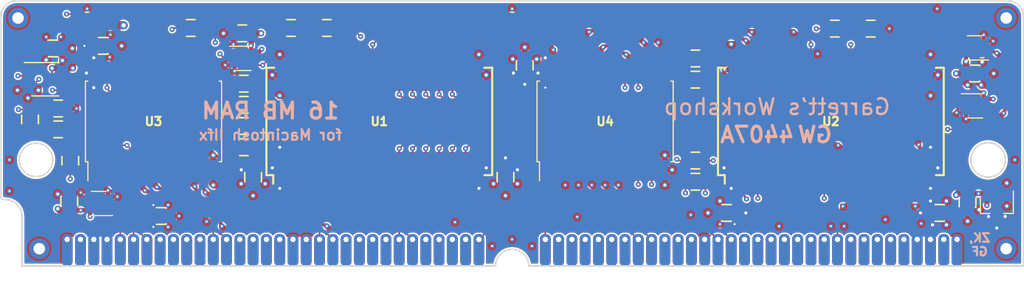
<source format=kicad_pcb>
(kicad_pcb (version 20171130) (host pcbnew "(5.1.10-1-10_14)")
  (layers (0 F.Cu signal) (1 In1.Cu power) (2 In2.Cu signal) (31 B.Cu power) (34 B.Paste user) (35 F.Paste user) (36 B.SilkS user) (37 F.SilkS user) (38 B.Mask user) (39 F.Mask user) (44 Edge.Cuts user))
  (net 0 "")
  (net 1 +5V)
  (net 2 /D0)
  (net 3 /D1)
  (net 4 /~WE~)
  (net 5 /D2)
  (net 6 /D3)
  (net 7 GND)
  (net 8 /D4)
  (net 9 /D5)
  (net 10 /D6)
  (net 11 /A11)
  (net 12 /D7)
  (net 13 /A0)
  (net 14 /A1)
  (net 15 /A2)
  (net 16 /A3)
  (net 17 /A4)
  (net 18 /A5)
  (net 19 /A6)
  (net 20 /A7)
  (net 21 /~OE~)
  (net 22 /A8)
  (net 23 /A9)
  (net 24 /A10)
  (net 25 +3V3)
  (net 26 /PDCO)
  (net 27 /PDCI)
  (net 28 /~WWP~)
  (net 29 /PQ)
  (net 30 "Net-(J1-Pad57)")
  (net 31 "Net-(J1-Pad56)")
  (net 32 /~RAS~)
  (net 33 "Net-(J1-Pad54)")
  (net 34 /~Q~B)
  (net 35 /~W~7)
  (net 36 /Q7)
  (net 37 "Net-(J1-Pad49)")
  (net 38 /~W~6)
  (net 39 /Q6)
  (net 40 "Net-(J1-Pad44)")
  (net 41 "Net-(J1-Pad43)")
  (net 42 /~W~5)
  (net 43 /Q5)
  (net 44 "Net-(J1-Pad36)")
  (net 45 /~W~4)
  (net 46 /Q4)
  (net 47 "Net-(J1-Pad30)")
  (net 48 /~W~3)
  (net 49 /Q3)
  (net 50 "Net-(J1-Pad24)")
  (net 51 /~W~2)
  (net 52 /Q2)
  (net 53 "Net-(J1-Pad16)")
  (net 54 /~W~1)
  (net 55 /Q1)
  (net 56 "Net-(J1-Pad10)")
  (net 57 /~W~0)
  (net 58 /Q0)
  (net 59 /~CAS~)
  (net 60 "Net-(J1-Pad2)")
  (net 61 /DQ7)
  (net 62 /DQ6)
  (net 63 /DQ5)
  (net 64 /DQ4)
  (net 65 /DQ3)
  (net 66 /DQ2)
  (net 67 /DQ1)
  (net 68 /DQ0)
  (net 69 /Din~OE~)
  (net 70 /Dout~OE~)
  (net 71 /RAS)
  (net 72 /CAS)
  (net 73 /RD)
  (net 74 /DQr0)
  (net 75 /DQr4)
  (net 76 /DQr2)
  (net 77 /DQr5)
  (net 78 /DQr1)
  (net 79 /DQr6)
  (net 80 /DQr3)
  (net 81 /DQr7)
  (net 82 /CASd)
  (net 83 "Net-(R13-Pad1)")
  (net 84 /R~CAS~)
  (net 85 /~CAS~d)
  (net 86 "Net-(U1-Pad29)")
  (net 87 "Net-(U1-Pad28)")
  (net 88 "Net-(U1-Pad27)")
  (net 89 "Net-(U1-Pad24)")
  (net 90 "Net-(U1-Pad7)")
  (net 91 "Net-(U1-Pad6)")
  (net 92 "Net-(U1-Pad5)")
  (net 93 "Net-(U1-Pad4)")
  (net 94 "Net-(U2-Pad4)")
  (net 95 "Net-(U2-Pad5)")
  (net 96 "Net-(U2-Pad6)")
  (net 97 "Net-(U2-Pad7)")
  (net 98 "Net-(U2-Pad24)")
  (net 99 "Net-(U2-Pad27)")
  (net 100 "Net-(U2-Pad28)")
  (net 101 "Net-(U2-Pad29)")
  (module stdpads:C_0805 (layer F.Cu) (at 95.885 119.087 270)
    (fp_text reference C2)
    (fp_text value 2u2)
    (pad 2 smd roundrect (at 0.85 0 270) (size 1.05 1.4) (layers F.Cu F.Paste F.Mask) (net 7 GND))
    (pad 1 smd roundrect (at -0.85 0 270) (size 1.05 1.4) (layers F.Cu F.Paste F.Mask) (net 1 +5V))
  )
  (module stdpads:SOJ-32_400mil (layer F.Cu) (at 151.13 113.792 90)
    (fp_text reference U2)
    (fp_text value KM44C16104)
    (fp_text user %R (at 0 0) (layer F.SilkS) (effects (font (size 0.8128 0.8128) (thickness 0.2032))))
    (pad 32 smd roundrect (at 4.445 -9.525 90) (size 3.048 0.6) (layers F.Cu F.Paste F.Mask) (net 7 GND))
    (pad 31 smd roundrect (at 4.445 -8.255 90) (size 3.048 0.6) (layers F.Cu F.Paste F.Mask) (net 75 /DQr4))
    (pad 30 smd roundrect (at 4.445 -6.985 90) (size 3.048 0.6) (layers F.Cu F.Paste F.Mask) (net 81 /DQr7))
    (pad 29 smd roundrect (at 4.445 -5.715 90) (size 3.048 0.6) (layers F.Cu F.Paste F.Mask) (net 101 "Net-(U2-Pad29)"))
    (pad 20 smd roundrect (at 4.445 5.715 270) (size 3.048 0.6) (layers F.Cu F.Paste F.Mask) (net 22 /A8))
    (pad 19 smd roundrect (at 4.445 6.985 270) (size 3.048 0.6) (layers F.Cu F.Paste F.Mask) (net 20 /A7))
    (pad 18 smd roundrect (at 4.445 8.255 270) (size 3.048 0.6) (layers F.Cu F.Paste F.Mask) (net 19 /A6))
    (pad 17 smd roundrect (at 4.445 9.525 270) (size 3.048 0.6) (layers F.Cu F.Paste F.Mask) (net 7 GND))
    (pad 16 smd roundrect (at -4.445 9.525 90) (size 3.048 0.6) (layers F.Cu F.Paste F.Mask) (net 1 +5V))
    (pad 15 smd roundrect (at -4.445 8.255 90) (size 3.048 0.6) (layers F.Cu F.Paste F.Mask) (net 13 /A0))
    (pad 7 smd roundrect (at -4.445 -1.905 90) (size 3.048 0.6) (layers F.Cu F.Paste F.Mask) (net 97 "Net-(U2-Pad7)"))
    (pad 26 smd roundrect (at 4.445 -1.905 90) (size 3.048 0.6) (layers F.Cu F.Paste F.Mask) (net 84 /R~CAS~))
    (pad 25 smd roundrect (at 4.445 -0.635 90) (size 3.048 0.6) (layers F.Cu F.Paste F.Mask) (net 21 /~OE~))
    (pad 24 smd roundrect (at 4.445 0.635 90) (size 3.048 0.6) (layers F.Cu F.Paste F.Mask) (net 98 "Net-(U2-Pad24)"))
    (pad 23 smd roundrect (at 4.445 1.905 90) (size 3.048 0.6) (layers F.Cu F.Paste F.Mask) (net 11 /A11))
    (pad 22 smd roundrect (at 4.445 3.175 90) (size 3.048 0.6) (layers F.Cu F.Paste F.Mask) (net 24 /A10))
    (pad 13 smd roundrect (at -4.445 5.715 90) (size 3.048 0.6) (layers F.Cu F.Paste F.Mask) (net 15 /A2))
    (pad 12 smd roundrect (at -4.445 4.445 90) (size 3.048 0.6) (layers F.Cu F.Paste F.Mask) (net 16 /A3))
    (pad 11 smd roundrect (at -4.445 3.175 90) (size 3.048 0.6) (layers F.Cu F.Paste F.Mask) (net 17 /A4))
    (pad 10 smd roundrect (at -4.445 1.905 90) (size 3.048 0.6) (layers F.Cu F.Paste F.Mask) (net 18 /A5))
    (pad 9 smd roundrect (at -4.445 0.635 90) (size 3.048 0.6) (layers F.Cu F.Paste F.Mask) (net 32 /~RAS~))
    (pad 5 smd roundrect (at -4.445 -4.445 90) (size 3.048 0.6) (layers F.Cu F.Paste F.Mask) (net 95 "Net-(U2-Pad5)"))
    (pad 4 smd roundrect (at -4.445 -5.715 90) (size 3.048 0.6) (layers F.Cu F.Paste F.Mask) (net 94 "Net-(U2-Pad4)"))
    (pad 3 smd roundrect (at -4.445 -6.985 90) (size 3.048 0.6) (layers F.Cu F.Paste F.Mask) (net 77 /DQr5))
    (pad 2 smd roundrect (at -4.445 -8.255 90) (size 3.048 0.6) (layers F.Cu F.Paste F.Mask) (net 79 /DQr6))
    (pad 1 smd roundrect (at -4.445 -9.525 90) (size 3.048 0.6) (layers F.Cu F.Paste F.Mask) (net 1 +5V))
    (pad 21 smd roundrect (at 4.445 4.445 90) (size 3.048 0.6) (layers F.Cu F.Paste F.Mask) (net 23 /A9))
    (pad 6 smd roundrect (at -4.445 -3.175 90) (size 3.048 0.6) (layers F.Cu F.Paste F.Mask) (net 96 "Net-(U2-Pad6)"))
    (pad 8 smd roundrect (at -4.445 -0.635 90) (size 3.048 0.6) (layers F.Cu F.Paste F.Mask) (net 4 /~WE~))
    (pad 14 smd roundrect (at -4.445 6.985 90) (size 3.048 0.6) (layers F.Cu F.Paste F.Mask) (net 14 /A1))
    (pad 27 smd roundrect (at 4.445 -3.175 90) (size 3.048 0.6) (layers F.Cu F.Paste F.Mask) (net 99 "Net-(U2-Pad27)"))
    (pad 28 smd roundrect (at 4.445 -4.445 90) (size 3.048 0.6) (layers F.Cu F.Paste F.Mask) (net 100 "Net-(U2-Pad28)"))
  )
  (module stdpads:SOJ-32_400mil (layer F.Cu) (at 107.95 113.792 90)
    (fp_text reference U1)
    (fp_text value KM44C16104)
    (fp_text user %R (at 0 0) (layer F.SilkS) (effects (font (size 0.8128 0.8128) (thickness 0.2032))))
    (pad 32 smd roundrect (at 4.445 -9.525 90) (size 3.048 0.6) (layers F.Cu F.Paste F.Mask) (net 7 GND))
    (pad 31 smd roundrect (at 4.445 -8.255 90) (size 3.048 0.6) (layers F.Cu F.Paste F.Mask) (net 80 /DQr3))
    (pad 30 smd roundrect (at 4.445 -6.985 90) (size 3.048 0.6) (layers F.Cu F.Paste F.Mask) (net 74 /DQr0))
    (pad 29 smd roundrect (at 4.445 -5.715 90) (size 3.048 0.6) (layers F.Cu F.Paste F.Mask) (net 86 "Net-(U1-Pad29)"))
    (pad 20 smd roundrect (at 4.445 5.715 270) (size 3.048 0.6) (layers F.Cu F.Paste F.Mask) (net 23 /A9))
    (pad 19 smd roundrect (at 4.445 6.985 270) (size 3.048 0.6) (layers F.Cu F.Paste F.Mask) (net 24 /A10))
    (pad 18 smd roundrect (at 4.445 8.255 270) (size 3.048 0.6) (layers F.Cu F.Paste F.Mask) (net 11 /A11))
    (pad 17 smd roundrect (at 4.445 9.525 270) (size 3.048 0.6) (layers F.Cu F.Paste F.Mask) (net 7 GND))
    (pad 16 smd roundrect (at -4.445 9.525 90) (size 3.048 0.6) (layers F.Cu F.Paste F.Mask) (net 1 +5V))
    (pad 15 smd roundrect (at -4.445 8.255 90) (size 3.048 0.6) (layers F.Cu F.Paste F.Mask) (net 18 /A5))
    (pad 7 smd roundrect (at -4.445 -1.905 90) (size 3.048 0.6) (layers F.Cu F.Paste F.Mask) (net 90 "Net-(U1-Pad7)"))
    (pad 26 smd roundrect (at 4.445 -1.905 90) (size 3.048 0.6) (layers F.Cu F.Paste F.Mask) (net 84 /R~CAS~))
    (pad 25 smd roundrect (at 4.445 -0.635 90) (size 3.048 0.6) (layers F.Cu F.Paste F.Mask) (net 21 /~OE~))
    (pad 24 smd roundrect (at 4.445 0.635 90) (size 3.048 0.6) (layers F.Cu F.Paste F.Mask) (net 89 "Net-(U1-Pad24)"))
    (pad 23 smd roundrect (at 4.445 1.905 90) (size 3.048 0.6) (layers F.Cu F.Paste F.Mask) (net 19 /A6))
    (pad 22 smd roundrect (at 4.445 3.175 90) (size 3.048 0.6) (layers F.Cu F.Paste F.Mask) (net 20 /A7))
    (pad 13 smd roundrect (at -4.445 5.715 90) (size 3.048 0.6) (layers F.Cu F.Paste F.Mask) (net 16 /A3))
    (pad 12 smd roundrect (at -4.445 4.445 90) (size 3.048 0.6) (layers F.Cu F.Paste F.Mask) (net 15 /A2))
    (pad 11 smd roundrect (at -4.445 3.175 90) (size 3.048 0.6) (layers F.Cu F.Paste F.Mask) (net 14 /A1))
    (pad 10 smd roundrect (at -4.445 1.905 90) (size 3.048 0.6) (layers F.Cu F.Paste F.Mask) (net 13 /A0))
    (pad 9 smd roundrect (at -4.445 0.635 90) (size 3.048 0.6) (layers F.Cu F.Paste F.Mask) (net 32 /~RAS~))
    (pad 5 smd roundrect (at -4.445 -4.445 90) (size 3.048 0.6) (layers F.Cu F.Paste F.Mask) (net 92 "Net-(U1-Pad5)"))
    (pad 4 smd roundrect (at -4.445 -5.715 90) (size 3.048 0.6) (layers F.Cu F.Paste F.Mask) (net 93 "Net-(U1-Pad4)"))
    (pad 3 smd roundrect (at -4.445 -6.985 90) (size 3.048 0.6) (layers F.Cu F.Paste F.Mask) (net 76 /DQr2))
    (pad 2 smd roundrect (at -4.445 -8.255 90) (size 3.048 0.6) (layers F.Cu F.Paste F.Mask) (net 78 /DQr1))
    (pad 1 smd roundrect (at -4.445 -9.525 90) (size 3.048 0.6) (layers F.Cu F.Paste F.Mask) (net 1 +5V))
    (pad 21 smd roundrect (at 4.445 4.445 90) (size 3.048 0.6) (layers F.Cu F.Paste F.Mask) (net 22 /A8))
    (pad 6 smd roundrect (at -4.445 -3.175 90) (size 3.048 0.6) (layers F.Cu F.Paste F.Mask) (net 91 "Net-(U1-Pad6)"))
    (pad 8 smd roundrect (at -4.445 -0.635 90) (size 3.048 0.6) (layers F.Cu F.Paste F.Mask) (net 4 /~WE~))
    (pad 14 smd roundrect (at -4.445 6.985 90) (size 3.048 0.6) (layers F.Cu F.Paste F.Mask) (net 17 /A4))
    (pad 27 smd roundrect (at 4.445 -3.175 90) (size 3.048 0.6) (layers F.Cu F.Paste F.Mask) (net 88 "Net-(U1-Pad27)"))
    (pad 28 smd roundrect (at 4.445 -4.445 90) (size 3.048 0.6) (layers F.Cu F.Paste F.Mask) (net 87 "Net-(U1-Pad28)"))
  )
  (module stdpads:R_0805 (layer F.Cu) (at 154.94 104.902)
    (fp_text reference R12)
    (fp_text value FPM)
    (pad 2 smd roundrect (at 0.95 0) (size 0.85 1.4) (layers F.Cu F.Paste F.Mask) (net 7 GND))
    (pad 1 smd roundrect (at -0.95 0) (size 0.85 1.4) (layers F.Cu F.Paste F.Mask) (net 21 /~OE~))
  )
  (module stdpads:R_0805 (layer F.Cu) (at 89.916 104.8385 180)
    (fp_text reference R11)
    (fp_text value EDO1)
    (pad 1 smd roundrect (at -0.95 0 180) (size 0.85 1.4) (layers F.Cu F.Paste F.Mask) (net 85 /~CAS~d))
    (pad 2 smd roundrect (at 0.95 0 180) (size 0.85 1.4) (layers F.Cu F.Paste F.Mask) (net 21 /~OE~))
  )
  (module stdpads:C_0805 (layer F.Cu) (at 94.85 105.35 180)
    (fp_text reference C12)
    (fp_text value 2u2)
    (pad 1 smd roundrect (at -0.85 0 180) (size 1.05 1.4) (layers F.Cu F.Paste F.Mask) (net 25 +3V3))
    (pad 2 smd roundrect (at 0.85 0 180) (size 1.05 1.4) (layers F.Cu F.Paste F.Mask) (net 7 GND))
  )
  (module stdpads:R_0805 (layer F.Cu) (at 99.5045 104.8385)
    (fp_text reference R16)
    (fp_text value 100)
    (pad 2 smd roundrect (at 0.95 0) (size 0.85 1.4) (layers F.Cu F.Paste F.Mask) (net 84 /R~CAS~))
    (pad 1 smd roundrect (at -0.95 0) (size 0.85 1.4) (layers F.Cu F.Paste F.Mask) (net 85 /~CAS~d))
  )
  (module stdpads:R_0805 (layer F.Cu) (at 102.9335 104.8385 180)
    (fp_text reference R15)
    (fp_text value 100)
    (pad 1 smd roundrect (at -0.95 0 180) (size 0.85 1.4) (layers F.Cu F.Paste F.Mask) (net 59 /~CAS~))
    (pad 2 smd roundrect (at 0.95 0 180) (size 0.85 1.4) (layers F.Cu F.Paste F.Mask) (net 84 /R~CAS~))
  )
  (module stdpads:R_0805 (layer F.Cu) (at 151.511 104.902)
    (fp_text reference R10)
    (fp_text value EDO0)
    (pad 1 smd roundrect (at -0.95 0) (size 0.85 1.4) (layers F.Cu F.Paste F.Mask) (net 59 /~CAS~))
    (pad 2 smd roundrect (at 0.95 0) (size 0.85 1.4) (layers F.Cu F.Paste F.Mask) (net 21 /~OE~))
  )
  (module stdpads:SOT-353 (layer F.Cu) (at 94.95 107.75 180)
    (fp_text reference U9)
    (fp_text value 74LVC1G04GW)
    (pad 3 smd roundrect (at 0.85 -0.65) (size 1 0.4) (layers F.Cu F.Paste F.Mask) (net 7 GND))
    (pad 1 smd roundrect (at 0.85 0.65) (size 1 0.4) (layers F.Cu F.Paste F.Mask))
    (pad 2 smd roundrect (at 0.85 0) (size 1 0.4) (layers F.Cu F.Paste F.Mask) (net 83 "Net-(R13-Pad1)"))
    (pad 4 smd roundrect (at -0.85 -0.65) (size 1 0.4) (layers F.Cu F.Paste F.Mask) (net 85 /~CAS~d))
    (pad 5 smd roundrect (at -0.85 0.65) (size 1 0.4) (layers F.Cu F.Paste F.Mask) (net 25 +3V3))
  )
  (module stdpads:PasteHole_1.1mm_PTH (layer F.Cu) (at 73.406 103.886)
    (fp_text reference H1)
    (fp_text value " " hide)
    (pad 1 thru_hole circle (at 0 0) (size 2 2) (drill 1.1) (layers *.Cu *.Mask) (net 7 GND))
  )
  (module stdpads:R_0805 (layer F.Cu) (at 78.4 117.55 90)
    (fp_text reference R14)
    (fp_text value 100)
    (pad 1 smd roundrect (at -0.95 0 90) (size 0.85 1.4) (layers F.Cu F.Paste F.Mask) (net 83 "Net-(R13-Pad1)"))
    (pad 2 smd roundrect (at 0.95 0 90) (size 0.85 1.4) (layers F.Cu F.Paste F.Mask) (net 72 /CAS))
  )
  (module stdpads:R_0805 (layer F.Cu) (at 74.55 113.6 270)
    (fp_text reference R13)
    (fp_text value 100)
    (pad 2 smd roundrect (at 0.95 0 270) (size 0.85 1.4) (layers F.Cu F.Paste F.Mask) (net 82 /CASd))
    (pad 1 smd roundrect (at -0.95 0 270) (size 0.85 1.4) (layers F.Cu F.Paste F.Mask) (net 83 "Net-(R13-Pad1)"))
  )
  (module stdpads:C_0805 (layer F.Cu) (at 164.2 121.55 270)
    (fp_text reference C10)
    (fp_text value 2u2)
    (pad 1 smd roundrect (at -0.85 0 270) (size 1.05 1.4) (layers F.Cu F.Paste F.Mask) (net 25 +3V3))
    (pad 2 smd roundrect (at 0.85 0 270) (size 1.05 1.4) (layers F.Cu F.Paste F.Mask) (net 7 GND))
  )
  (module stdpads:C_0805 (layer F.Cu) (at 87.05 122.85)
    (fp_text reference C1)
    (fp_text value 2u2)
    (pad 1 smd roundrect (at -0.85 0) (size 1.05 1.4) (layers F.Cu F.Paste F.Mask) (net 1 +5V))
    (pad 2 smd roundrect (at 0.85 0) (size 1.05 1.4) (layers F.Cu F.Paste F.Mask) (net 7 GND))
  )
  (module stdpads:SOT-23 (layer F.Cu) (at 167 121.85 90)
    (fp_text reference U10)
    (fp_text value XC6206PxxxMR)
    (pad 1 smd roundrect (at 1.05 0.95 270) (size 1.35 0.8) (layers F.Cu F.Paste F.Mask) (net 7 GND))
    (pad 2 smd roundrect (at 1.05 -0.95 270) (size 1.35 0.8) (layers F.Cu F.Paste F.Mask) (net 25 +3V3))
    (pad 3 smd roundrect (at -1.05 0 270) (size 1.35 0.8) (layers F.Cu F.Paste F.Mask) (net 1 +5V))
  )
  (module stdpads:SOIC-20W_7.5mm (layer F.Cu) (at 129.54 113.792)
    (fp_text reference U4)
    (fp_text value 74AHCT244PW)
    (fp_text user %R (at 0 0 180) (layer F.SilkS) (effects (font (size 0.8128 0.8128) (thickness 0.2032))))
    (pad 20 smd roundrect (at -5.715 -4.65 90) (size 2.05 0.6) (layers F.Cu F.Paste F.Mask) (net 1 +5V))
    (pad 19 smd roundrect (at -4.445 -4.65 90) (size 2.05 0.6) (layers F.Cu F.Paste F.Mask) (net 70 /Dout~OE~))
    (pad 18 smd roundrect (at -3.175 -4.65 90) (size 2.05 0.6) (layers F.Cu F.Paste F.Mask) (net 61 /DQ7))
    (pad 17 smd roundrect (at -1.905 -4.65 90) (size 2.05 0.6) (layers F.Cu F.Paste F.Mask) (net 64 /DQ4))
    (pad 16 smd roundrect (at -0.635 -4.65 90) (size 2.05 0.6) (layers F.Cu F.Paste F.Mask) (net 62 /DQ6))
    (pad 15 smd roundrect (at 0.635 -4.65 90) (size 2.05 0.6) (layers F.Cu F.Paste F.Mask) (net 63 /DQ5))
    (pad 14 smd roundrect (at 1.905 -4.65 90) (size 2.05 0.6) (layers F.Cu F.Paste F.Mask) (net 63 /DQ5))
    (pad 13 smd roundrect (at 3.175 -4.65 90) (size 2.05 0.6) (layers F.Cu F.Paste F.Mask) (net 62 /DQ6))
    (pad 12 smd roundrect (at 4.445 -4.65 90) (size 2.05 0.6) (layers F.Cu F.Paste F.Mask) (net 64 /DQ4))
    (pad 11 smd roundrect (at 5.715 -4.65 90) (size 2.05 0.6) (layers F.Cu F.Paste F.Mask) (net 61 /DQ7))
    (pad 10 smd roundrect (at 5.715 4.65 90) (size 2.05 0.6) (layers F.Cu F.Paste F.Mask) (net 7 GND))
    (pad 9 smd roundrect (at 4.445 4.65 90) (size 2.05 0.6) (layers F.Cu F.Paste F.Mask) (net 36 /Q7))
    (pad 8 smd roundrect (at 3.175 4.65 90) (size 2.05 0.6) (layers F.Cu F.Paste F.Mask) (net 12 /D7))
    (pad 7 smd roundrect (at 1.905 4.65 90) (size 2.05 0.6) (layers F.Cu F.Paste F.Mask) (net 39 /Q6))
    (pad 6 smd roundrect (at 0.635 4.65 90) (size 2.05 0.6) (layers F.Cu F.Paste F.Mask) (net 10 /D6))
    (pad 5 smd roundrect (at -0.635 4.65 90) (size 2.05 0.6) (layers F.Cu F.Paste F.Mask) (net 43 /Q5))
    (pad 4 smd roundrect (at -1.905 4.65 90) (size 2.05 0.6) (layers F.Cu F.Paste F.Mask) (net 9 /D5))
    (pad 3 smd roundrect (at -3.175 4.65 90) (size 2.05 0.6) (layers F.Cu F.Paste F.Mask) (net 46 /Q4))
    (pad 2 smd roundrect (at -4.445 4.65 90) (size 2.05 0.6) (layers F.Cu F.Paste F.Mask) (net 8 /D4))
    (pad 1 smd roundrect (at -5.715 4.65 90) (size 2.05 0.6) (layers F.Cu F.Paste F.Mask) (net 69 /Din~OE~))
  )
  (module stdpads:NXP_TSSOP-8_3x3mm_P0.65mm (layer F.Cu) (at 76 109.75)
    (fp_text reference U8)
    (fp_text value 74LVC1G74DC)
    (pad 1 smd roundrect (at -1.65 -1.05) (size 1.15 0.6) (layers F.Cu F.Paste F.Mask) (net 82 /CASd))
    (pad 2 smd roundrect (at -1.65 -0.325) (size 1.15 0.4) (layers F.Cu F.Paste F.Mask) (net 73 /RD))
    (pad 3 smd roundrect (at -1.65 0.325) (size 1.15 0.4) (layers F.Cu F.Paste F.Mask) (net 70 /Dout~OE~))
    (pad 4 smd roundrect (at -1.65 1.05) (size 1.15 0.6) (layers F.Cu F.Paste F.Mask) (net 7 GND))
    (pad 5 smd roundrect (at 1.65 1.05) (size 1.15 0.6) (layers F.Cu F.Paste F.Mask) (net 69 /Din~OE~))
    (pad 6 smd roundrect (at 1.65 0.325) (size 1.15 0.45) (layers F.Cu F.Paste F.Mask) (net 72 /CAS))
    (pad 7 smd roundrect (at 1.65 -0.325) (size 1.15 0.45) (layers F.Cu F.Paste F.Mask) (net 25 +3V3))
    (pad 8 smd roundrect (at 1.65 -1.05) (size 1.15 0.6) (layers F.Cu F.Paste F.Mask) (net 25 +3V3))
  )
  (module stdpads:C_0805 (layer F.Cu) (at 164.9 109.2)
    (fp_text reference C11)
    (fp_text value 2u2)
    (pad 2 smd roundrect (at 0.85 0) (size 1.05 1.4) (layers F.Cu F.Paste F.Mask) (net 7 GND))
    (pad 1 smd roundrect (at -0.85 0) (size 1.05 1.4) (layers F.Cu F.Paste F.Mask) (net 25 +3V3))
  )
  (module stdpads:C_0805 (layer F.Cu) (at 141.1995 122.555 180)
    (fp_text reference C4)
    (fp_text value 2u2)
    (pad 1 smd roundrect (at -0.85 0 180) (size 1.05 1.4) (layers F.Cu F.Paste F.Mask) (net 1 +5V))
    (pad 2 smd roundrect (at 0.85 0 180) (size 1.05 1.4) (layers F.Cu F.Paste F.Mask) (net 7 GND))
  )
  (module stdpads:Fiducial (layer F.Cu) (at 75.946 103.886)
    (fp_text reference FID1 hide)
    (fp_text value Fiducial hide)
    (pad ~ smd circle (at 0 0) (size 1 1) (layers F.Cu F.Mask) (clearance 0.575))
  )
  (module stdpads:R_0805 (layer F.Cu) (at 138.176 119.5705)
    (fp_text reference R3)
    (fp_text value 100)
    (pad 1 smd roundrect (at -0.95 0) (size 0.85 1.4) (layers F.Cu F.Paste F.Mask) (net 62 /DQ6))
    (pad 2 smd roundrect (at 0.95 0) (size 0.85 1.4) (layers F.Cu F.Paste F.Mask) (net 79 /DQr6))
  )
  (module stdpads:R_0805 (layer F.Cu) (at 138.176 117.5385)
    (fp_text reference R5)
    (fp_text value 100)
    (pad 2 smd roundrect (at 0.95 0) (size 0.85 1.4) (layers F.Cu F.Paste F.Mask) (net 77 /DQr5))
    (pad 1 smd roundrect (at -0.95 0) (size 0.85 1.4) (layers F.Cu F.Paste F.Mask) (net 63 /DQ5))
  )
  (module stdpads:R_0805 (layer F.Cu) (at 138.176 107.7595)
    (fp_text reference R7)
    (fp_text value 100)
    (pad 2 smd roundrect (at 0.95 0) (size 0.85 1.4) (layers F.Cu F.Paste F.Mask) (net 81 /DQr7))
    (pad 1 smd roundrect (at -0.95 0) (size 0.85 1.4) (layers F.Cu F.Paste F.Mask) (net 61 /DQ7))
  )
  (module stdpads:R_0805 (layer F.Cu) (at 138.176 109.7915)
    (fp_text reference R9)
    (fp_text value 100)
    (pad 1 smd roundrect (at -0.95 0) (size 0.85 1.4) (layers F.Cu F.Paste F.Mask) (net 64 /DQ4))
    (pad 2 smd roundrect (at 0.95 0) (size 0.85 1.4) (layers F.Cu F.Paste F.Mask) (net 75 /DQr4))
  )
  (module stdpads:R_0805 (layer F.Cu) (at 94.996 110.1725)
    (fp_text reference R8)
    (fp_text value 100)
    (pad 2 smd roundrect (at 0.95 0) (size 0.85 1.4) (layers F.Cu F.Paste F.Mask) (net 80 /DQr3))
    (pad 1 smd roundrect (at -0.95 0) (size 0.85 1.4) (layers F.Cu F.Paste F.Mask) (net 65 /DQ3))
  )
  (module stdpads:R_0805 (layer F.Cu) (at 94.996 114.2365)
    (fp_text reference R4)
    (fp_text value 100)
    (pad 2 smd roundrect (at 0.95 0) (size 0.85 1.4) (layers F.Cu F.Paste F.Mask) (net 76 /DQr2))
    (pad 1 smd roundrect (at -0.95 0) (size 0.85 1.4) (layers F.Cu F.Paste F.Mask) (net 66 /DQ2))
  )
  (module stdpads:R_0805 (layer F.Cu) (at 94.996 116.2685)
    (fp_text reference R2)
    (fp_text value 100)
    (pad 1 smd roundrect (at -0.95 0) (size 0.85 1.4) (layers F.Cu F.Paste F.Mask) (net 67 /DQ1))
    (pad 2 smd roundrect (at 0.95 0) (size 0.85 1.4) (layers F.Cu F.Paste F.Mask) (net 78 /DQr1))
  )
  (module stdpads:R_0805 (layer F.Cu) (at 94.996 112.2045)
    (fp_text reference R6)
    (fp_text value 100)
    (pad 2 smd roundrect (at 0.95 0) (size 0.85 1.4) (layers F.Cu F.Paste F.Mask) (net 74 /DQr0))
    (pad 1 smd roundrect (at -0.95 0) (size 0.85 1.4) (layers F.Cu F.Paste F.Mask) (net 68 /DQ0))
  )
  (module stdpads:Fiducial (layer F.Cu) (at 75.438 123.444)
    (fp_text reference FID2 hide)
    (fp_text value Fiducial hide)
    (pad ~ smd circle (at 0 0) (size 1 1) (layers F.Cu F.Mask) (clearance 0.575))
  )
  (module stdpads:Fiducial (layer F.Cu) (at 165.354 125.984)
    (fp_text reference FID3 hide)
    (fp_text value Fiducial hide)
    (pad ~ smd circle (at 0 0) (size 1 1) (layers F.Cu F.Mask) (clearance 0.575))
  )
  (module stdpads:Fiducial (layer F.Cu) (at 165.354 103.886)
    (fp_text reference FID4 hide)
    (fp_text value Fiducial hide)
    (pad ~ smd circle (at 0 0) (size 1 1) (layers F.Cu F.Mask) (clearance 0.575))
  )
  (module stdpads:PasteHole_1.1mm_PTH (layer F.Cu) (at 75.438 125.984)
    (fp_text reference H2)
    (fp_text value " " hide)
    (pad 1 thru_hole circle (at 0 0) (size 2 2) (drill 1.1) (layers *.Cu *.Mask) (net 7 GND))
  )
  (module stdpads:PasteHole_1.1mm_PTH (layer F.Cu) (at 167.894 125.984)
    (fp_text reference H3)
    (fp_text value " " hide)
    (pad 1 thru_hole circle (at 0 0) (size 2 2) (drill 1.1) (layers *.Cu *.Mask) (net 7 GND))
  )
  (module stdpads:PasteHole_1.1mm_PTH (layer F.Cu) (at 167.894 103.886)
    (fp_text reference H4)
    (fp_text value " " hide)
    (pad 1 thru_hole circle (at 0 0) (size 2 2) (drill 1.1) (layers *.Cu *.Mask) (net 7 GND))
  )
  (module stdpads:SOT-353 (layer F.Cu) (at 164.9 112.3 180)
    (fp_text reference U5)
    (fp_text value 74LVC1G04GW)
    (pad 5 smd roundrect (at -0.85 0.65) (size 1 0.4) (layers F.Cu F.Paste F.Mask) (net 25 +3V3))
    (pad 4 smd roundrect (at -0.85 -0.65) (size 1 0.4) (layers F.Cu F.Paste F.Mask) (net 71 /RAS))
    (pad 2 smd roundrect (at 0.85 0) (size 1 0.4) (layers F.Cu F.Paste F.Mask) (net 32 /~RAS~))
    (pad 1 smd roundrect (at 0.85 0.65) (size 1 0.4) (layers F.Cu F.Paste F.Mask))
    (pad 3 smd roundrect (at 0.85 -0.65) (size 1 0.4) (layers F.Cu F.Paste F.Mask) (net 7 GND))
  )
  (module stdpads:SOT-353 (layer F.Cu) (at 81.15 121.65)
    (fp_text reference U6)
    (fp_text value 74LVC1G04GW)
    (pad 3 smd roundrect (at 0.85 -0.65 180) (size 1 0.4) (layers F.Cu F.Paste F.Mask) (net 7 GND))
    (pad 1 smd roundrect (at 0.85 0.65 180) (size 1 0.4) (layers F.Cu F.Paste F.Mask))
    (pad 2 smd roundrect (at 0.85 0 180) (size 1 0.4) (layers F.Cu F.Paste F.Mask) (net 59 /~CAS~))
    (pad 4 smd roundrect (at -0.85 -0.65 180) (size 1 0.4) (layers F.Cu F.Paste F.Mask) (net 72 /CAS))
    (pad 5 smd roundrect (at -0.85 0.65 180) (size 1 0.4) (layers F.Cu F.Paste F.Mask) (net 25 +3V3))
  )
  (module stdpads:SOT-353 (layer F.Cu) (at 164.9 106.75)
    (fp_text reference U7)
    (fp_text value 74LVC1G08GW)
    (pad 3 smd roundrect (at 0.85 -0.65 180) (size 1 0.4) (layers F.Cu F.Paste F.Mask) (net 7 GND))
    (pad 1 smd roundrect (at 0.85 0.65 180) (size 1 0.4) (layers F.Cu F.Paste F.Mask) (net 71 /RAS))
    (pad 2 smd roundrect (at 0.85 0 180) (size 1 0.4) (layers F.Cu F.Paste F.Mask) (net 4 /~WE~))
    (pad 4 smd roundrect (at -0.85 -0.65 180) (size 1 0.4) (layers F.Cu F.Paste F.Mask) (net 73 /RD))
    (pad 5 smd roundrect (at -0.85 0.65 180) (size 1 0.4) (layers F.Cu F.Paste F.Mask) (net 25 +3V3))
  )
  (module stdpads:SOIC-20W_7.5mm (layer F.Cu) (at 86.36 113.792)
    (fp_text reference U3)
    (fp_text value 74AHCT244PW)
    (fp_text user %R (at 0 0 180) (layer F.SilkS) (effects (font (size 0.8128 0.8128) (thickness 0.2032))))
    (pad 1 smd roundrect (at -5.715 4.65 90) (size 2.05 0.6) (layers F.Cu F.Paste F.Mask) (net 69 /Din~OE~))
    (pad 2 smd roundrect (at -4.445 4.65 90) (size 2.05 0.6) (layers F.Cu F.Paste F.Mask) (net 2 /D0))
    (pad 3 smd roundrect (at -3.175 4.65 90) (size 2.05 0.6) (layers F.Cu F.Paste F.Mask) (net 58 /Q0))
    (pad 4 smd roundrect (at -1.905 4.65 90) (size 2.05 0.6) (layers F.Cu F.Paste F.Mask) (net 3 /D1))
    (pad 5 smd roundrect (at -0.635 4.65 90) (size 2.05 0.6) (layers F.Cu F.Paste F.Mask) (net 55 /Q1))
    (pad 6 smd roundrect (at 0.635 4.65 90) (size 2.05 0.6) (layers F.Cu F.Paste F.Mask) (net 5 /D2))
    (pad 7 smd roundrect (at 1.905 4.65 90) (size 2.05 0.6) (layers F.Cu F.Paste F.Mask) (net 52 /Q2))
    (pad 8 smd roundrect (at 3.175 4.65 90) (size 2.05 0.6) (layers F.Cu F.Paste F.Mask) (net 6 /D3))
    (pad 9 smd roundrect (at 4.445 4.65 90) (size 2.05 0.6) (layers F.Cu F.Paste F.Mask) (net 49 /Q3))
    (pad 10 smd roundrect (at 5.715 4.65 90) (size 2.05 0.6) (layers F.Cu F.Paste F.Mask) (net 7 GND))
    (pad 11 smd roundrect (at 5.715 -4.65 90) (size 2.05 0.6) (layers F.Cu F.Paste F.Mask) (net 65 /DQ3))
    (pad 12 smd roundrect (at 4.445 -4.65 90) (size 2.05 0.6) (layers F.Cu F.Paste F.Mask) (net 68 /DQ0))
    (pad 13 smd roundrect (at 3.175 -4.65 90) (size 2.05 0.6) (layers F.Cu F.Paste F.Mask) (net 66 /DQ2))
    (pad 14 smd roundrect (at 1.905 -4.65 90) (size 2.05 0.6) (layers F.Cu F.Paste F.Mask) (net 67 /DQ1))
    (pad 15 smd roundrect (at 0.635 -4.65 90) (size 2.05 0.6) (layers F.Cu F.Paste F.Mask) (net 67 /DQ1))
    (pad 16 smd roundrect (at -0.635 -4.65 90) (size 2.05 0.6) (layers F.Cu F.Paste F.Mask) (net 66 /DQ2))
    (pad 17 smd roundrect (at -1.905 -4.65 90) (size 2.05 0.6) (layers F.Cu F.Paste F.Mask) (net 68 /DQ0))
    (pad 18 smd roundrect (at -3.175 -4.65 90) (size 2.05 0.6) (layers F.Cu F.Paste F.Mask) (net 65 /DQ3))
    (pad 19 smd roundrect (at -4.445 -4.65 90) (size 2.05 0.6) (layers F.Cu F.Paste F.Mask) (net 70 /Dout~OE~))
    (pad 20 smd roundrect (at -5.715 -4.65 90) (size 2.05 0.6) (layers F.Cu F.Paste F.Mask) (net 1 +5V))
  )
  (module stdpads:R_0805 (layer F.Cu) (at 77.25 114.55)
    (fp_text reference R1)
    (fp_text value 100)
    (pad 1 smd roundrect (at -0.95 0) (size 0.85 1.4) (layers F.Cu F.Paste F.Mask) (net 82 /CASd))
    (pad 2 smd roundrect (at 0.95 0) (size 0.85 1.4) (layers F.Cu F.Paste F.Mask) (net 72 /CAS))
  )
  (module stdpads:C_0805 (layer F.Cu) (at 120.015 119.087 270)
    (fp_text reference C3)
    (fp_text value 2u2)
    (pad 1 smd roundrect (at -0.85 0 270) (size 1.05 1.4) (layers F.Cu F.Paste F.Mask) (net 1 +5V))
    (pad 2 smd roundrect (at 0.85 0 270) (size 1.05 1.4) (layers F.Cu F.Paste F.Mask) (net 7 GND))
  )
  (module stdpads:C_0805 (layer F.Cu) (at 161.505 122.555)
    (fp_text reference C5)
    (fp_text value 2u2)
    (pad 1 smd roundrect (at -0.85 0) (size 1.05 1.4) (layers F.Cu F.Paste F.Mask) (net 1 +5V))
    (pad 2 smd roundrect (at 0.85 0) (size 1.05 1.4) (layers F.Cu F.Paste F.Mask) (net 7 GND))
  )
  (module stdpads:C_0805 (layer F.Cu) (at 81.495 106.553)
    (fp_text reference C7)
    (fp_text value 2u2)
    (pad 2 smd roundrect (at 0.85 0) (size 1.05 1.4) (layers F.Cu F.Paste F.Mask) (net 7 GND))
    (pad 1 smd roundrect (at -0.85 0) (size 1.05 1.4) (layers F.Cu F.Paste F.Mask) (net 1 +5V))
  )
  (module stdpads:C_0805 (layer F.Cu) (at 121.8565 108.458 90)
    (fp_text reference C6)
    (fp_text value 2u2)
    (pad 2 smd roundrect (at 0.85 0 90) (size 1.05 1.4) (layers F.Cu F.Paste F.Mask) (net 7 GND))
    (pad 1 smd roundrect (at -0.85 0 90) (size 1.05 1.4) (layers F.Cu F.Paste F.Mask) (net 1 +5V))
  )
  (module stdpads:C_0805 (layer F.Cu) (at 77.25 112.55)
    (fp_text reference C13)
    (fp_text value 22p)
    (pad 1 smd roundrect (at -0.85 0) (size 1.05 1.4) (layers F.Cu F.Paste F.Mask) (net 82 /CASd))
    (pad 2 smd roundrect (at 0.85 0) (size 1.05 1.4) (layers F.Cu F.Paste F.Mask) (net 7 GND))
  )
  (module stdpads:C_0805 (layer F.Cu) (at 78.3 121.45 90)
    (fp_text reference C9)
    (fp_text value 2u2)
    (pad 1 smd roundrect (at -0.85 0 90) (size 1.05 1.4) (layers F.Cu F.Paste F.Mask) (net 25 +3V3))
    (pad 2 smd roundrect (at 0.85 0 90) (size 1.05 1.4) (layers F.Cu F.Paste F.Mask) (net 7 GND))
  )
  (module stdpads:C_0805 (layer F.Cu) (at 76.8 106.8 180)
    (fp_text reference C8)
    (fp_text value 2u2)
    (pad 2 smd roundrect (at 0.85 0 180) (size 1.05 1.4) (layers F.Cu F.Paste F.Mask) (net 7 GND))
    (pad 1 smd roundrect (at -0.85 0 180) (size 1.05 1.4) (layers F.Cu F.Paste F.Mask) (net 25 +3V3))
  )
  (module stdpads:MacIIROMSIMM_Edge (layer F.Cu) (at 120.65 127.635)
    (fp_text reference J1 hide)
    (fp_text value IIfxRAM)
    (pad 1 thru_hole roundrect (at -42.545 -2.54) (size 1.0414 3.048) (drill 0.508 (offset 0 1.016)) (layers *.Cu *.Mask) (roundrect_rratio 0.4) (net 7 GND))
    (pad 2 thru_hole roundrect (at -41.275 -2.54) (size 1.0414 3.048) (drill 0.508 (offset 0 1.016)) (layers *.Cu *.Mask) (roundrect_rratio 0.4) (net 60 "Net-(J1-Pad2)"))
    (pad 3 thru_hole roundrect (at -40.005 -2.54) (size 1.0414 3.048) (drill 0.508 (offset 0 1.016)) (layers *.Cu *.Mask) (roundrect_rratio 0.4) (net 1 +5V))
    (pad 4 thru_hole roundrect (at -38.735 -2.54) (size 1.0414 3.048) (drill 0.508 (offset 0 1.016)) (layers *.Cu *.Mask) (roundrect_rratio 0.4) (net 1 +5V))
    (pad 5 thru_hole roundrect (at -37.465 -2.54) (size 1.0414 3.048) (drill 0.508 (offset 0 1.016)) (layers *.Cu *.Mask) (roundrect_rratio 0.4) (net 59 /~CAS~))
    (pad 6 thru_hole roundrect (at -36.195 -2.54) (size 1.0414 3.048) (drill 0.508 (offset 0 1.016)) (layers *.Cu *.Mask) (roundrect_rratio 0.4) (net 2 /D0))
    (pad 7 thru_hole roundrect (at -34.925 -2.54) (size 1.0414 3.048) (drill 0.508 (offset 0 1.016)) (layers *.Cu *.Mask) (roundrect_rratio 0.4) (net 58 /Q0))
    (pad 8 thru_hole roundrect (at -33.655 -2.54) (size 1.0414 3.048) (drill 0.508 (offset 0 1.016)) (layers *.Cu *.Mask) (roundrect_rratio 0.4) (net 57 /~W~0))
    (pad 9 thru_hole roundrect (at -32.385 -2.54) (size 1.0414 3.048) (drill 0.508 (offset 0 1.016)) (layers *.Cu *.Mask) (roundrect_rratio 0.4) (net 13 /A0))
    (pad 10 thru_hole roundrect (at -31.115 -2.54) (size 1.0414 3.048) (drill 0.508 (offset 0 1.016)) (layers *.Cu *.Mask) (roundrect_rratio 0.4) (net 56 "Net-(J1-Pad10)"))
    (pad 11 thru_hole roundrect (at -29.845 -2.54) (size 1.0414 3.048) (drill 0.508 (offset 0 1.016)) (layers *.Cu *.Mask) (roundrect_rratio 0.4) (net 14 /A1))
    (pad 12 thru_hole roundrect (at -28.575 -2.54) (size 1.0414 3.048) (drill 0.508 (offset 0 1.016)) (layers *.Cu *.Mask) (roundrect_rratio 0.4) (net 3 /D1))
    (pad 13 thru_hole roundrect (at -27.305 -2.54) (size 1.0414 3.048) (drill 0.508 (offset 0 1.016)) (layers *.Cu *.Mask) (roundrect_rratio 0.4) (net 55 /Q1))
    (pad 14 thru_hole roundrect (at -26.035 -2.54) (size 1.0414 3.048) (drill 0.508 (offset 0 1.016)) (layers *.Cu *.Mask) (roundrect_rratio 0.4) (net 54 /~W~1))
    (pad 15 thru_hole roundrect (at -24.765 -2.54) (size 1.0414 3.048) (drill 0.508 (offset 0 1.016)) (layers *.Cu *.Mask) (roundrect_rratio 0.4) (net 15 /A2))
    (pad 16 thru_hole roundrect (at -23.495 -2.54) (size 1.0414 3.048) (drill 0.508 (offset 0 1.016)) (layers *.Cu *.Mask) (roundrect_rratio 0.4) (net 53 "Net-(J1-Pad16)"))
    (pad 17 thru_hole roundrect (at -22.225 -2.54) (size 1.0414 3.048) (drill 0.508 (offset 0 1.016)) (layers *.Cu *.Mask) (roundrect_rratio 0.4) (net 16 /A3))
    (pad 18 thru_hole roundrect (at -20.955 -2.54) (size 1.0414 3.048) (drill 0.508 (offset 0 1.016)) (layers *.Cu *.Mask) (roundrect_rratio 0.4) (net 7 GND))
    (pad 19 thru_hole roundrect (at -19.685 -2.54) (size 1.0414 3.048) (drill 0.508 (offset 0 1.016)) (layers *.Cu *.Mask) (roundrect_rratio 0.4) (net 7 GND))
    (pad 20 thru_hole roundrect (at -18.415 -2.54) (size 1.0414 3.048) (drill 0.508 (offset 0 1.016)) (layers *.Cu *.Mask) (roundrect_rratio 0.4) (net 5 /D2))
    (pad 21 thru_hole roundrect (at -17.145 -2.54) (size 1.0414 3.048) (drill 0.508 (offset 0 1.016)) (layers *.Cu *.Mask) (roundrect_rratio 0.4) (net 52 /Q2))
    (pad 22 thru_hole roundrect (at -15.875 -2.54) (size 1.0414 3.048) (drill 0.508 (offset 0 1.016)) (layers *.Cu *.Mask) (roundrect_rratio 0.4) (net 51 /~W~2))
    (pad 23 thru_hole roundrect (at -14.605 -2.54) (size 1.0414 3.048) (drill 0.508 (offset 0 1.016)) (layers *.Cu *.Mask) (roundrect_rratio 0.4) (net 17 /A4))
    (pad 24 thru_hole roundrect (at -13.335 -2.54) (size 1.0414 3.048) (drill 0.508 (offset 0 1.016)) (layers *.Cu *.Mask) (roundrect_rratio 0.4) (net 50 "Net-(J1-Pad24)"))
    (pad 25 thru_hole roundrect (at -12.065 -2.54) (size 1.0414 3.048) (drill 0.508 (offset 0 1.016)) (layers *.Cu *.Mask) (roundrect_rratio 0.4) (net 18 /A5))
    (pad 26 thru_hole roundrect (at -10.795 -2.54) (size 1.0414 3.048) (drill 0.508 (offset 0 1.016)) (layers *.Cu *.Mask) (roundrect_rratio 0.4) (net 6 /D3))
    (pad 27 thru_hole roundrect (at -9.525 -2.54) (size 1.0414 3.048) (drill 0.508 (offset 0 1.016)) (layers *.Cu *.Mask) (roundrect_rratio 0.4) (net 49 /Q3))
    (pad 28 thru_hole roundrect (at -8.255 -2.54) (size 1.0414 3.048) (drill 0.508 (offset 0 1.016)) (layers *.Cu *.Mask) (roundrect_rratio 0.4) (net 48 /~W~3))
    (pad 29 thru_hole roundrect (at -6.985 -2.54) (size 1.0414 3.048) (drill 0.508 (offset 0 1.016)) (layers *.Cu *.Mask) (roundrect_rratio 0.4) (net 19 /A6))
    (pad 30 thru_hole roundrect (at -5.715 -2.54) (size 1.0414 3.048) (drill 0.508 (offset 0 1.016)) (layers *.Cu *.Mask) (roundrect_rratio 0.4) (net 47 "Net-(J1-Pad30)"))
    (pad 31 thru_hole roundrect (at -4.445 -2.54) (size 1.0414 3.048) (drill 0.508 (offset 0 1.016)) (layers *.Cu *.Mask) (roundrect_rratio 0.4) (net 20 /A7))
    (pad 32 thru_hole roundrect (at -3.175 -2.54) (size 1.0414 3.048) (drill 0.508 (offset 0 1.016)) (layers *.Cu *.Mask) (roundrect_rratio 0.4) (net 8 /D4))
    (pad 33 thru_hole roundrect (at 3.175 -2.54) (size 1.0414 3.048) (drill 0.508 (offset 0 1.016)) (layers *.Cu *.Mask) (roundrect_rratio 0.4) (net 46 /Q4))
    (pad 34 thru_hole roundrect (at 4.445 -2.54) (size 1.0414 3.048) (drill 0.508 (offset 0 1.016)) (layers *.Cu *.Mask) (roundrect_rratio 0.4) (net 45 /~W~4))
    (pad 35 thru_hole roundrect (at 5.715 -2.54) (size 1.0414 3.048) (drill 0.508 (offset 0 1.016)) (layers *.Cu *.Mask) (roundrect_rratio 0.4) (net 22 /A8))
    (pad 36 thru_hole roundrect (at 6.985 -2.54) (size 1.0414 3.048) (drill 0.508 (offset 0 1.016)) (layers *.Cu *.Mask) (roundrect_rratio 0.4) (net 44 "Net-(J1-Pad36)"))
    (pad 37 thru_hole roundrect (at 8.255 -2.54) (size 1.0414 3.048) (drill 0.508 (offset 0 1.016)) (layers *.Cu *.Mask) (roundrect_rratio 0.4) (net 23 /A9))
    (pad 38 thru_hole roundrect (at 9.525 -2.54) (size 1.0414 3.048) (drill 0.508 (offset 0 1.016)) (layers *.Cu *.Mask) (roundrect_rratio 0.4) (net 24 /A10))
    (pad 39 thru_hole roundrect (at 10.795 -2.54) (size 1.0414 3.048) (drill 0.508 (offset 0 1.016)) (layers *.Cu *.Mask) (roundrect_rratio 0.4) (net 11 /A11))
    (pad 40 thru_hole roundrect (at 12.065 -2.54) (size 1.0414 3.048) (drill 0.508 (offset 0 1.016)) (layers *.Cu *.Mask) (roundrect_rratio 0.4) (net 9 /D5))
    (pad 41 thru_hole roundrect (at 13.335 -2.54) (size 1.0414 3.048) (drill 0.508 (offset 0 1.016)) (layers *.Cu *.Mask) (roundrect_rratio 0.4) (net 43 /Q5))
    (pad 42 thru_hole roundrect (at 14.605 -2.54) (size 1.0414 3.048) (drill 0.508 (offset 0 1.016)) (layers *.Cu *.Mask) (roundrect_rratio 0.4) (net 42 /~W~5))
    (pad 43 thru_hole roundrect (at 15.875 -2.54) (size 1.0414 3.048) (drill 0.508 (offset 0 1.016)) (layers *.Cu *.Mask) (roundrect_rratio 0.4) (net 41 "Net-(J1-Pad43)"))
    (pad 44 thru_hole roundrect (at 17.145 -2.54) (size 1.0414 3.048) (drill 0.508 (offset 0 1.016)) (layers *.Cu *.Mask) (roundrect_rratio 0.4) (net 40 "Net-(J1-Pad44)"))
    (pad 45 thru_hole roundrect (at 18.415 -2.54) (size 1.0414 3.048) (drill 0.508 (offset 0 1.016)) (layers *.Cu *.Mask) (roundrect_rratio 0.4) (net 7 GND))
    (pad 46 thru_hole roundrect (at 19.685 -2.54) (size 1.0414 3.048) (drill 0.508 (offset 0 1.016)) (layers *.Cu *.Mask) (roundrect_rratio 0.4) (net 10 /D6))
    (pad 47 thru_hole roundrect (at 20.955 -2.54) (size 1.0414 3.048) (drill 0.508 (offset 0 1.016)) (layers *.Cu *.Mask) (roundrect_rratio 0.4) (net 39 /Q6))
    (pad 48 thru_hole roundrect (at 22.225 -2.54) (size 1.0414 3.048) (drill 0.508 (offset 0 1.016)) (layers *.Cu *.Mask) (roundrect_rratio 0.4) (net 38 /~W~6))
    (pad 49 thru_hole roundrect (at 23.495 -2.54) (size 1.0414 3.048) (drill 0.508 (offset 0 1.016)) (layers *.Cu *.Mask) (roundrect_rratio 0.4) (net 37 "Net-(J1-Pad49)"))
    (pad 50 thru_hole roundrect (at 24.765 -2.54) (size 1.0414 3.048) (drill 0.508 (offset 0 1.016)) (layers *.Cu *.Mask) (roundrect_rratio 0.4) (net 12 /D7))
    (pad 51 thru_hole roundrect (at 26.035 -2.54) (size 1.0414 3.048) (drill 0.508 (offset 0 1.016)) (layers *.Cu *.Mask) (roundrect_rratio 0.4) (net 36 /Q7))
    (pad 52 thru_hole roundrect (at 27.305 -2.54) (size 1.0414 3.048) (drill 0.508 (offset 0 1.016)) (layers *.Cu *.Mask) (roundrect_rratio 0.4) (net 35 /~W~7))
    (pad 53 thru_hole roundrect (at 28.575 -2.54) (size 1.0414 3.048) (drill 0.508 (offset 0 1.016)) (layers *.Cu *.Mask) (roundrect_rratio 0.4) (net 34 /~Q~B))
    (pad 54 thru_hole roundrect (at 29.845 -2.54) (size 1.0414 3.048) (drill 0.508 (offset 0 1.016)) (layers *.Cu *.Mask) (roundrect_rratio 0.4) (net 33 "Net-(J1-Pad54)"))
    (pad 55 thru_hole roundrect (at 31.115 -2.54) (size 1.0414 3.048) (drill 0.508 (offset 0 1.016)) (layers *.Cu *.Mask) (roundrect_rratio 0.4) (net 32 /~RAS~))
    (pad 56 thru_hole roundrect (at 32.385 -2.54) (size 1.0414 3.048) (drill 0.508 (offset 0 1.016)) (layers *.Cu *.Mask) (roundrect_rratio 0.4) (net 31 "Net-(J1-Pad56)"))
    (pad 57 thru_hole roundrect (at 33.655 -2.54) (size 1.0414 3.048) (drill 0.508 (offset 0 1.016)) (layers *.Cu *.Mask) (roundrect_rratio 0.4) (net 30 "Net-(J1-Pad57)"))
    (pad 58 thru_hole roundrect (at 34.925 -2.54) (size 1.0414 3.048) (drill 0.508 (offset 0 1.016)) (layers *.Cu *.Mask) (roundrect_rratio 0.4) (net 29 /PQ))
    (pad 59 thru_hole roundrect (at 36.195 -2.54) (size 1.0414 3.048) (drill 0.508 (offset 0 1.016)) (layers *.Cu *.Mask) (roundrect_rratio 0.4) (net 28 /~WWP~))
    (pad 60 thru_hole roundrect (at 37.465 -2.54) (size 1.0414 3.048) (drill 0.508 (offset 0 1.016)) (layers *.Cu *.Mask) (roundrect_rratio 0.4) (net 27 /PDCI))
    (pad 61 thru_hole roundrect (at 38.735 -2.54) (size 1.0414 3.048) (drill 0.508 (offset 0 1.016)) (layers *.Cu *.Mask) (roundrect_rratio 0.4) (net 1 +5V))
    (pad 62 thru_hole roundrect (at 40.005 -2.54) (size 1.0414 3.048) (drill 0.508 (offset 0 1.016)) (layers *.Cu *.Mask) (roundrect_rratio 0.4) (net 1 +5V))
    (pad 63 thru_hole roundrect (at 41.275 -2.54) (size 1.0414 3.048) (drill 0.508 (offset 0 1.016)) (layers *.Cu *.Mask) (roundrect_rratio 0.4) (net 26 /PDCO))
    (pad 64 thru_hole roundrect (at 42.545 -2.54) (size 1.0414 3.048) (drill 0.508 (offset 0 1.016)) (layers *.Cu *.Mask) (roundrect_rratio 0.4) (net 7 GND))
  )
  (gr_text "ZK,\nGF" (at 165.354 125.603) (layer B.SilkS) (effects (font (size 0.8128 0.8128) (thickness 0.2032)) (justify mirror)))
  (gr_text "Garrett’s Workshop" (at 145.9865 112.395) (layer B.SilkS) (effects (font (size 1.524 1.524) (thickness 0.225)) (justify mirror)))
  (gr_text "for Macintosh IIfx" (at 97.536 115.0874) (layer B.SilkS) (effects (font (size 1.016 1.016) (thickness 0.2032)) (justify mirror)))
  (gr_text GW (at 147.806214 115.062) (layer B.SilkS) (effects (font (size 1.5 1.5) (thickness 0.3)) (justify right mirror)))
  (gr_text "16 MB RAM" (at 97.536 112.776) (layer B.SilkS) (effects (font (size 1.524 1.524) (thickness 0.3)) (justify mirror)))
  (gr_text 4407A (at 147.785786 115.062) (layer B.SilkS) (effects (font (size 1.5 1.5) (thickness 0.3)) (justify left mirror)))
  (gr_circle (center 75.1332 117.475) (end 76.7332 117.475) (layer Edge.Cuts) (width 0.15))
  (gr_line (start 71.755 120.904) (end 71.755 103.759) (layer Edge.Cuts) (width 0.15))
  (gr_arc (start 72.136 120.904) (end 71.755 120.904) (angle -90) (layer Edge.Cuts) (width 0.15))
  (gr_circle (center 166.1668 117.475) (end 167.8178 117.475) (layer Edge.Cuts) (width 0.15))
  (gr_line (start 72.136 121.285) (end 72.1995 121.285) (layer Edge.Cuts) (width 0.15))
  (gr_arc (start 73.279 103.759) (end 73.279 102.235) (angle -90) (layer Edge.Cuts) (width 0.15))
  (gr_arc (start 168.021 103.759) (end 169.545 103.759) (angle -90) (layer Edge.Cuts) (width 0.15))
  (gr_line (start 73.787 122.8725) (end 73.787 127.635) (layer Edge.Cuts) (width 0.15))
  (gr_line (start 73.787 127.635) (end 119.0625 127.635) (layer Edge.Cuts) (width 0.15))
  (gr_line (start 122.2375 127.635) (end 169.545 127.635) (layer Edge.Cuts) (width 0.15))
  (gr_line (start 169.545 127.635) (end 169.545 103.759) (layer Edge.Cuts) (width 0.15))
  (gr_arc (start 72.1995 122.8725) (end 73.787 122.8725) (angle -90) (layer Edge.Cuts) (width 0.15))
  (gr_arc (start 120.65 127.635) (end 122.2375 127.635) (angle -180) (layer Edge.Cuts) (width 0.15))
  (gr_line (start 73.279 102.235) (end 168.021 102.235) (layer Edge.Cuts) (width 0.15))
  (via (at 123.825 107.696) (size 0.6) (drill 0.3) (layers F.Cu B.Cu) (net 1))
  (segment (start 123.825 109.142) (end 123.825 107.696) (width 0.6) (layer F.Cu) (net 1))
  (via (at 123.1265 109.1565) (size 0.6) (drill 0.3) (layers F.Cu B.Cu) (net 1))
  (via (at 123.825 110.5535) (size 0.5) (drill 0.2) (layers F.Cu B.Cu) (net 1))
  (segment (start 123.825 109.142) (end 123.825 110.5535) (width 0.5) (layer F.Cu) (net 1))
  (segment (start 123.8105 109.1565) (end 123.1265 109.1565) (width 0.6) (layer F.Cu) (net 1))
  (segment (start 123.825 109.142) (end 123.8105 109.1565) (width 0.6) (layer F.Cu) (net 1))
  (segment (start 122.008 109.1565) (end 123.1265 109.1565) (width 0.6) (layer F.Cu) (net 1))
  (segment (start 121.8565 109.308) (end 122.008 109.1565) (width 0.6) (layer F.Cu) (net 1))
  (via (at 120.777 109.1565) (size 0.6) (drill 0.3) (layers F.Cu B.Cu) (net 1))
  (segment (start 120.9285 109.308) (end 120.777 109.1565) (width 0.6) (layer F.Cu) (net 1))
  (segment (start 121.8565 109.308) (end 120.9285 109.308) (width 0.6) (layer F.Cu) (net 1))
  (via (at 121.8565 110.236) (size 0.6) (drill 0.3) (layers F.Cu B.Cu) (net 1))
  (segment (start 121.8565 109.308) (end 121.8565 110.236) (width 0.6) (layer F.Cu) (net 1))
  (via (at 80.645 107.696) (size 0.6) (drill 0.3) (layers F.Cu B.Cu) (net 1))
  (segment (start 80.645 109.142) (end 80.645 107.696) (width 0.6) (layer F.Cu) (net 1))
  (via (at 80.645 110.5535) (size 0.6) (drill 0.3) (layers F.Cu B.Cu) (net 1))
  (segment (start 80.645 109.142) (end 80.645 110.5535) (width 0.6) (layer F.Cu) (net 1))
  (segment (start 80.645 106.553) (end 80.645 107.696) (width 0.6) (layer F.Cu) (net 1))
  (segment (start 117.475 118.762) (end 117.492 118.745) (width 0.6) (layer F.Cu) (net 1))
  (via (at 143.002 122.555) (size 0.6) (drill 0.3) (layers F.Cu B.Cu) (net 1))
  (segment (start 142.0495 122.555) (end 143.002 122.555) (width 0.6) (layer F.Cu) (net 1))
  (via (at 159.7025 122.555) (size 0.6) (drill 0.3) (layers F.Cu B.Cu) (net 1))
  (segment (start 160.655 122.555) (end 159.7025 122.555) (width 0.6) (layer F.Cu) (net 1))
  (segment (start 160.655 123.5075) (end 160.8455 123.698) (width 0.6) (layer F.Cu) (net 1))
  (via (at 160.8455 123.698) (size 0.6) (drill 0.3) (layers F.Cu B.Cu) (net 1))
  (segment (start 160.655 122.555) (end 160.655 123.5075) (width 0.6) (layer F.Cu) (net 1))
  (segment (start 160.655 125.095) (end 160.655 122.555) (width 0.6) (layer F.Cu) (net 1))
  (segment (start 160.655 123.8885) (end 160.8455 123.698) (width 0.6) (layer F.Cu) (net 1))
  (segment (start 160.655 125.095) (end 160.655 123.8885) (width 0.6) (layer F.Cu) (net 1))
  (via (at 86.35 121.8) (size 0.5) (drill 0.2) (layers F.Cu B.Cu) (net 1))
  (segment (start 86.2 121.95) (end 86.35 121.8) (width 0.5) (layer F.Cu) (net 1))
  (segment (start 86.2 122.85) (end 86.2 121.95) (width 0.5) (layer F.Cu) (net 1))
  (via (at 86.35 123.9) (size 0.5) (drill 0.2) (layers F.Cu B.Cu) (net 1))
  (segment (start 86.2 123.75) (end 86.35 123.9) (width 0.5) (layer F.Cu) (net 1))
  (segment (start 86.2 122.85) (end 86.2 123.75) (width 0.5) (layer F.Cu) (net 1))
  (via (at 141.9225 123.6345) (size 0.5) (drill 0.2) (layers F.Cu B.Cu) (net 1))
  (segment (start 142.0495 123.5075) (end 141.9225 123.6345) (width 0.5) (layer F.Cu) (net 1))
  (segment (start 142.0495 122.555) (end 142.0495 123.5075) (width 0.5) (layer F.Cu) (net 1))
  (segment (start 141.588 118.745) (end 141.605 118.762) (width 0.6) (layer F.Cu) (net 1))
  (via (at 79.756 106.553) (size 0.5) (drill 0.2) (layers F.Cu B.Cu) (net 1))
  (segment (start 80.645 106.553) (end 79.756 106.553) (width 0.5) (layer F.Cu) (net 1))
  (segment (start 80.6305 109.1565) (end 79.9465 109.1565) (width 0.6) (layer F.Cu) (net 1))
  (via (at 79.9465 109.1565) (size 0.6) (drill 0.3) (layers F.Cu B.Cu) (net 1))
  (segment (start 80.645 109.142) (end 80.6305 109.1565) (width 0.6) (layer F.Cu) (net 1))
  (via (at 167 124) (size 0.6) (drill 0.3) (layers F.Cu B.Cu) (net 1))
  (segment (start 167 122.9) (end 167 124) (width 0.6) (layer F.Cu) (net 1))
  (via (at 167.8 122.9) (size 0.6) (drill 0.3) (layers F.Cu B.Cu) (net 1))
  (segment (start 167 122.9) (end 167.8 122.9) (width 0.6) (layer F.Cu) (net 1))
  (via (at 166.2 122.9) (size 0.6) (drill 0.3) (layers F.Cu B.Cu) (net 1))
  (segment (start 167 122.9) (end 166.2 122.9) (width 0.6) (layer F.Cu) (net 1))
  (segment (start 80.645 125.095) (end 80.645 124.3965) (width 0.8) (layer B.Cu) (net 1))
  (segment (start 81.915 125.095) (end 81.915 124.3965) (width 0.8) (layer B.Cu) (net 1))
  (segment (start 160.655 123.8885) (end 160.8455 123.698) (width 0.8) (layer B.Cu) (net 1))
  (segment (start 160.655 125.095) (end 160.655 123.8885) (width 0.8) (layer B.Cu) (net 1))
  (segment (start 159.385 125.095) (end 159.385 124.3965) (width 0.8) (layer B.Cu) (net 1))
  (via (at 160.655 116.2685) (size 0.6) (drill 0.3) (layers F.Cu B.Cu) (net 1))
  (segment (start 160.655 118.237) (end 160.655 116.2685) (width 0.6) (layer F.Cu) (net 1))
  (via (at 161.3535 118.237) (size 0.6) (drill 0.3) (layers F.Cu B.Cu) (net 1))
  (segment (start 160.655 118.237) (end 161.3535 118.237) (width 0.6) (layer F.Cu) (net 1))
  (via (at 160.655 120.2055) (size 0.6) (drill 0.3) (layers F.Cu B.Cu) (net 1))
  (segment (start 160.655 118.237) (end 160.655 120.2055) (width 0.6) (layer F.Cu) (net 1))
  (via (at 160.655 121.412) (size 0.6) (drill 0.3) (layers F.Cu B.Cu) (net 1))
  (segment (start 160.655 122.555) (end 160.655 121.412) (width 0.6) (layer F.Cu) (net 1))
  (segment (start 160.655 120.2055) (end 160.655 121.412) (width 0.6) (layer F.Cu) (net 1))
  (via (at 140.9065 118.237) (size 0.6) (drill 0.3) (layers F.Cu B.Cu) (net 1))
  (segment (start 141.605 118.237) (end 140.9065 118.237) (width 0.6) (layer F.Cu) (net 1))
  (via (at 141.605 120.2055) (size 0.6) (drill 0.3) (layers F.Cu B.Cu) (net 1))
  (segment (start 141.605 118.237) (end 141.605 120.2055) (width 0.6) (layer F.Cu) (net 1))
  (via (at 117.475 120.2055) (size 0.6) (drill 0.3) (layers F.Cu B.Cu) (net 1))
  (segment (start 117.475 118.237) (end 117.475 120.2055) (width 0.6) (layer F.Cu) (net 1))
  (via (at 120.015 117.2845) (size 0.6) (drill 0.3) (layers F.Cu B.Cu) (net 1))
  (segment (start 120.015 118.237) (end 120.015 117.2845) (width 0.6) (layer F.Cu) (net 1))
  (via (at 121.158 118.4275) (size 0.6) (drill 0.3) (layers F.Cu B.Cu) (net 1))
  (segment (start 120.9675 118.237) (end 121.158 118.4275) (width 0.6) (layer F.Cu) (net 1))
  (segment (start 120.015 118.237) (end 120.9675 118.237) (width 0.6) (layer F.Cu) (net 1))
  (via (at 118.1735 118.237) (size 0.6) (drill 0.3) (layers F.Cu B.Cu) (net 1))
  (segment (start 117.475 118.237) (end 118.1735 118.237) (width 0.6) (layer F.Cu) (net 1))
  (segment (start 120.015 118.237) (end 118.1735 118.237) (width 0.6) (layer F.Cu) (net 1))
  (via (at 98.425 116.2685) (size 0.6) (drill 0.3) (layers F.Cu B.Cu) (net 1))
  (segment (start 98.425 118.237) (end 98.425 116.2685) (width 0.6) (layer F.Cu) (net 1))
  (via (at 98.425 120.2055) (size 0.6) (drill 0.3) (layers F.Cu B.Cu) (net 1))
  (segment (start 98.425 118.237) (end 98.425 120.2055) (width 0.6) (layer F.Cu) (net 1))
  (via (at 97.7265 118.237) (size 0.6) (drill 0.3) (layers F.Cu B.Cu) (net 1))
  (segment (start 98.425 118.237) (end 97.7265 118.237) (width 0.6) (layer F.Cu) (net 1))
  (segment (start 95.885 118.237) (end 97.7265 118.237) (width 0.6) (layer F.Cu) (net 1))
  (via (at 94.742 118.4275) (size 0.6) (drill 0.3) (layers F.Cu B.Cu) (net 1))
  (segment (start 94.9325 118.237) (end 94.742 118.4275) (width 0.6) (layer F.Cu) (net 1))
  (segment (start 95.885 118.237) (end 94.9325 118.237) (width 0.6) (layer F.Cu) (net 1))
  (segment (start 141.605 120.2055) (end 141.605 121.158) (width 0.6) (layer F.Cu) (net 1))
  (segment (start 142.0495 121.6025) (end 142.0495 122.555) (width 0.6) (layer F.Cu) (net 1))
  (segment (start 141.605 121.158) (end 142.0495 121.6025) (width 0.6) (layer F.Cu) (net 1))
  (segment (start 81.915 119.634) (end 81.915 118.442) (width 0.15) (layer F.Cu) (net 2))
  (segment (start 84.455 120.904) (end 83.947 120.396) (width 0.15) (layer F.Cu) (net 2))
  (segment (start 84.455 125.095) (end 84.455 120.904) (width 0.15) (layer F.Cu) (net 2))
  (segment (start 81.915 119.634) (end 82.3595 120.0785) (width 0.15) (layer F.Cu) (net 2))
  (segment (start 82.3595 120.0785) (end 83.185 120.0785) (width 0.15) (layer F.Cu) (net 2))
  (segment (start 83.5025 120.396) (end 83.947 120.396) (width 0.15) (layer F.Cu) (net 2))
  (segment (start 83.185 120.0785) (end 83.5025 120.396) (width 0.15) (layer F.Cu) (net 2))
  (segment (start 92.075 123.19) (end 92.075 125.095) (width 0.15) (layer F.Cu) (net 3))
  (segment (start 91.6305 122.7455) (end 92.075 123.19) (width 0.15) (layer F.Cu) (net 3))
  (segment (start 90.551 122.7455) (end 91.6305 122.7455) (width 0.15) (layer F.Cu) (net 3))
  (segment (start 88.7095 120.904) (end 90.551 122.7455) (width 0.15) (layer F.Cu) (net 3))
  (segment (start 85.344 120.904) (end 88.7095 120.904) (width 0.15) (layer F.Cu) (net 3))
  (segment (start 84.455 120.015) (end 85.344 120.904) (width 0.15) (layer F.Cu) (net 3))
  (segment (start 84.455 118.442) (end 84.455 120.015) (width 0.15) (layer F.Cu) (net 3))
  (via (at 150.495 121.158) (size 0.5) (drill 0.2) (layers F.Cu B.Cu) (net 4))
  (segment (start 167.2 106.75) (end 165.75 106.75) (width 0.15) (layer F.Cu) (net 4))
  (segment (start 168.15 107.7) (end 167.2 106.75) (width 0.15) (layer F.Cu) (net 4))
  (segment (start 168.15 113.2) (end 168.15 107.7) (width 0.15) (layer F.Cu) (net 4))
  (segment (start 166.8 114.55) (end 168.15 113.2) (width 0.15) (layer F.Cu) (net 4))
  (segment (start 162.3 114.55) (end 166.8 114.55) (width 0.15) (layer F.Cu) (net 4))
  (via (at 162.3 114.55) (size 0.5) (drill 0.2) (layers F.Cu B.Cu) (net 4))
  (segment (start 107.823 121.4755) (end 107.315 120.9675) (width 0.15) (layer F.Cu) (net 4))
  (segment (start 107.315 120.9675) (end 107.315 118.237) (width 0.15) (layer F.Cu) (net 4))
  (segment (start 116.5225 121.4755) (end 107.823 121.4755) (width 0.15) (layer F.Cu) (net 4))
  (segment (start 116.84 121.158) (end 116.5225 121.4755) (width 0.15) (layer F.Cu) (net 4))
  (segment (start 117.602 115.8875) (end 116.84 116.6495) (width 0.15) (layer F.Cu) (net 4))
  (segment (start 149.7965 115.8875) (end 117.602 115.8875) (width 0.15) (layer F.Cu) (net 4))
  (segment (start 150.495 116.586) (end 149.7965 115.8875) (width 0.15) (layer F.Cu) (net 4))
  (segment (start 116.84 116.6495) (end 116.84 121.158) (width 0.15) (layer F.Cu) (net 4))
  (segment (start 150.495 121.158) (end 150.495 116.586) (width 0.15) (layer F.Cu) (net 4))
  (segment (start 86.995 119.6975) (end 86.995 118.442) (width 0.15) (layer F.Cu) (net 5))
  (segment (start 87.5665 120.269) (end 86.995 119.6975) (width 0.15) (layer F.Cu) (net 5))
  (segment (start 88.9635 120.269) (end 87.5665 120.269) (width 0.15) (layer F.Cu) (net 5))
  (segment (start 90.805 122.1105) (end 88.9635 120.269) (width 0.15) (layer F.Cu) (net 5))
  (segment (start 91.8845 122.1105) (end 90.805 122.1105) (width 0.15) (layer F.Cu) (net 5))
  (segment (start 93.726 123.952) (end 91.8845 122.1105) (width 0.15) (layer F.Cu) (net 5))
  (segment (start 101.9175 123.952) (end 93.726 123.952) (width 0.15) (layer F.Cu) (net 5))
  (segment (start 102.235 124.2695) (end 101.9175 123.952) (width 0.15) (layer F.Cu) (net 5))
  (segment (start 102.235 125.095) (end 102.235 124.2695) (width 0.15) (layer F.Cu) (net 5))
  (segment (start 91.059 121.4755) (end 89.535 119.9515) (width 0.15) (layer F.Cu) (net 6))
  (segment (start 93.98 123.317) (end 92.1385 121.4755) (width 0.15) (layer F.Cu) (net 6))
  (segment (start 103.124 123.317) (end 93.98 123.317) (width 0.15) (layer F.Cu) (net 6))
  (segment (start 89.535 119.9515) (end 89.535 118.442) (width 0.15) (layer F.Cu) (net 6))
  (segment (start 109.5375 123.952) (end 103.759 123.952) (width 0.15) (layer F.Cu) (net 6))
  (segment (start 92.1385 121.4755) (end 91.059 121.4755) (width 0.15) (layer F.Cu) (net 6))
  (segment (start 109.855 124.2695) (end 109.5375 123.952) (width 0.15) (layer F.Cu) (net 6))
  (segment (start 103.759 123.952) (end 103.124 123.317) (width 0.15) (layer F.Cu) (net 6))
  (segment (start 109.855 125.095) (end 109.855 124.2695) (width 0.15) (layer F.Cu) (net 6))
  (via (at 72.5805 117.475) (size 0.508) (drill 0.2) (layers F.Cu B.Cu) (net 7))
  (via (at 72.5805 120.4595) (size 0.508) (drill 0.2) (layers F.Cu B.Cu) (net 7))
  (via (at 168.7195 117.475) (size 0.508) (drill 0.2) (layers F.Cu B.Cu) (net 7))
  (via (at 120.65 125.095) (size 0.508) (drill 0.2) (layers F.Cu B.Cu) (net 7))
  (via (at 118.745 125.73) (size 0.508) (drill 0.2) (layers F.Cu B.Cu) (net 7))
  (via (at 122.555 125.73) (size 0.508) (drill 0.2) (layers F.Cu B.Cu) (net 7))
  (via (at 141.6 106.385) (size 0.6) (drill 0.3) (layers F.Cu B.Cu) (net 7))
  (via (at 140.97 108.839) (size 0.5) (drill 0.2) (layers F.Cu B.Cu) (net 7))
  (segment (start 140.987 108.822) (end 140.97 108.839) (width 0.5) (layer F.Cu) (net 7))
  (segment (start 141.605 108.822) (end 140.987 108.822) (width 0.5) (layer F.Cu) (net 7))
  (via (at 120.7135 107.823) (size 0.6) (drill 0.3) (layers F.Cu B.Cu) (net 7))
  (segment (start 120.9285 107.608) (end 120.7135 107.823) (width 0.6) (layer F.Cu) (net 7))
  (segment (start 121.8565 107.608) (end 120.9285 107.608) (width 0.6) (layer F.Cu) (net 7))
  (via (at 121.8565 106.68) (size 0.6) (drill 0.3) (layers F.Cu B.Cu) (net 7))
  (segment (start 121.8565 107.608) (end 121.8565 106.68) (width 0.6) (layer F.Cu) (net 7))
  (via (at 135.255 117.0305) (size 0.6) (drill 0.3) (layers F.Cu B.Cu) (net 7))
  (segment (start 135.255 118.442) (end 135.255 117.0305) (width 0.6) (layer F.Cu) (net 7))
  (via (at 135.255 119.888) (size 0.6) (drill 0.3) (layers F.Cu B.Cu) (net 7))
  (segment (start 135.255 118.442) (end 135.255 119.888) (width 0.6) (layer F.Cu) (net 7))
  (via (at 135.9535 118.4275) (size 0.6) (drill 0.3) (layers F.Cu B.Cu) (net 7))
  (segment (start 135.2695 118.4275) (end 135.9535 118.4275) (width 0.6) (layer F.Cu) (net 7))
  (segment (start 135.255 118.442) (end 135.2695 118.4275) (width 0.6) (layer F.Cu) (net 7))
  (via (at 92.075 117.0305) (size 0.6) (drill 0.3) (layers F.Cu B.Cu) (net 7))
  (segment (start 92.075 118.442) (end 92.075 117.0305) (width 0.6) (layer F.Cu) (net 7))
  (via (at 92.075 119.888) (size 0.6) (drill 0.3) (layers F.Cu B.Cu) (net 7))
  (segment (start 92.075 118.442) (end 92.075 119.888) (width 0.6) (layer F.Cu) (net 7))
  (via (at 82.169 107.6325) (size 0.5) (drill 0.2) (layers F.Cu B.Cu) (net 7))
  (segment (start 82.345 107.4565) (end 82.169 107.6325) (width 0.5) (layer F.Cu) (net 7))
  (segment (start 82.345 106.553) (end 82.345 107.4565) (width 0.5) (layer F.Cu) (net 7))
  (segment (start 82.345 106.553) (end 83.312 106.553) (width 0.6) (layer F.Cu) (net 7))
  (via (at 83.312 106.553) (size 0.6) (drill 0.3) (layers F.Cu B.Cu) (net 7))
  (segment (start 140.3495 122.555) (end 140.3495 121.588) (width 0.6) (layer F.Cu) (net 7))
  (via (at 139.3825 122.555) (size 0.6) (drill 0.3) (layers F.Cu B.Cu) (net 7))
  (segment (start 140.3495 122.555) (end 139.3825 122.555) (width 0.6) (layer F.Cu) (net 7))
  (via (at 162.179 123.698) (size 0.6) (drill 0.3) (layers F.Cu B.Cu) (net 7))
  (segment (start 162.355 123.522) (end 162.179 123.698) (width 0.6) (layer F.Cu) (net 7))
  (segment (start 162.355 122.555) (end 162.355 123.522) (width 0.6) (layer F.Cu) (net 7))
  (segment (start 162.355 121.588) (end 162.179 121.412) (width 0.6) (layer F.Cu) (net 7))
  (via (at 162.179 121.412) (size 0.6) (drill 0.3) (layers F.Cu B.Cu) (net 7))
  (segment (start 162.355 122.555) (end 162.355 121.588) (width 0.6) (layer F.Cu) (net 7))
  (via (at 91.313 120.5865) (size 0.5) (drill 0.2) (layers F.Cu B.Cu) (net 7))
  (via (at 85.5345 120.396) (size 0.508) (drill 0.2) (layers F.Cu B.Cu) (net 7))
  (via (at 86.6775 120.0785) (size 0.508) (drill 0.2) (layers F.Cu B.Cu) (net 7))
  (via (at 102.9335 123.825) (size 0.508) (drill 0.2) (layers F.Cu B.Cu) (net 7))
  (via (at 92.9005 123.825) (size 0.508) (drill 0.2) (layers F.Cu B.Cu) (net 7))
  (via (at 90.297 120.015) (size 0.5) (drill 0.2) (layers F.Cu B.Cu) (net 7))
  (via (at 87.75 121.8) (size 0.5) (drill 0.2) (layers F.Cu B.Cu) (net 7))
  (segment (start 87.9 121.95) (end 87.75 121.8) (width 0.5) (layer F.Cu) (net 7))
  (segment (start 87.9 122.85) (end 87.9 121.95) (width 0.5) (layer F.Cu) (net 7))
  (via (at 87.75 123.9) (size 0.5) (drill 0.2) (layers F.Cu B.Cu) (net 7))
  (segment (start 87.9 123.75) (end 87.75 123.9) (width 0.5) (layer F.Cu) (net 7))
  (segment (start 87.9 122.85) (end 87.9 123.75) (width 0.5) (layer F.Cu) (net 7))
  (via (at 88.8 122.85) (size 0.5) (drill 0.2) (layers F.Cu B.Cu) (net 7))
  (segment (start 87.9 122.85) (end 88.8 122.85) (width 0.5) (layer F.Cu) (net 7))
  (via (at 77.2 120.75) (size 0.6) (drill 0.3) (layers F.Cu B.Cu) (net 7))
  (segment (start 77.35 120.6) (end 77.2 120.75) (width 0.6) (layer F.Cu) (net 7))
  (segment (start 78.3 120.6) (end 77.35 120.6) (width 0.6) (layer F.Cu) (net 7))
  (via (at 79.4 120.6) (size 0.5) (drill 0.2) (layers F.Cu B.Cu) (net 7))
  (segment (start 78.3 120.6) (end 79.4 120.6) (width 0.5) (layer F.Cu) (net 7))
  (via (at 82.9 121) (size 0.5) (drill 0.2) (layers F.Cu B.Cu) (net 7))
  (segment (start 82 121) (end 82.9 121) (width 0.4) (layer F.Cu) (net 7))
  (via (at 82 120.4) (size 0.5) (drill 0.2) (layers F.Cu B.Cu) (net 7))
  (segment (start 82 121) (end 82 120.4) (width 0.4) (layer F.Cu) (net 7))
  (segment (start 140.3495 121.588) (end 140.5255 121.412) (width 0.6) (layer F.Cu) (net 7))
  (via (at 140.5255 121.412) (size 0.6) (drill 0.3) (layers F.Cu B.Cu) (net 7))
  (via (at 140.5255 123.6345) (size 0.5) (drill 0.2) (layers F.Cu B.Cu) (net 7))
  (segment (start 140.3495 123.4585) (end 140.5255 123.6345) (width 0.5) (layer F.Cu) (net 7))
  (segment (start 140.3495 122.555) (end 140.3495 123.4585) (width 0.5) (layer F.Cu) (net 7))
  (via (at 137.7315 122.7455) (size 0.5) (drill 0.2) (layers F.Cu B.Cu) (net 7))
  (segment (start 75.95 107.75) (end 76.1 107.9) (width 0.6) (layer F.Cu) (net 7))
  (via (at 76.1 107.9) (size 0.6) (drill 0.3) (layers F.Cu B.Cu) (net 7))
  (segment (start 75.95 106.8) (end 75.95 107.75) (width 0.6) (layer F.Cu) (net 7))
  (via (at 76.1 105.7) (size 0.5) (drill 0.2) (layers F.Cu B.Cu) (net 7))
  (segment (start 75.95 105.85) (end 76.1 105.7) (width 0.5) (layer F.Cu) (net 7))
  (segment (start 75.95 106.8) (end 75.95 105.85) (width 0.5) (layer F.Cu) (net 7))
  (via (at 75.35 110.8) (size 0.6) (drill 0.3) (layers F.Cu B.Cu) (net 7))
  (segment (start 74.35 110.8) (end 75.35 110.8) (width 0.6) (layer F.Cu) (net 7))
  (via (at 73.35 110.8) (size 0.6) (drill 0.3) (layers F.Cu B.Cu) (net 7))
  (segment (start 74.35 110.8) (end 73.35 110.8) (width 0.6) (layer F.Cu) (net 7))
  (via (at 74.35 111.55) (size 0.6) (drill 0.3) (layers F.Cu B.Cu) (net 7))
  (segment (start 74.35 110.8) (end 74.35 111.55) (width 0.6) (layer F.Cu) (net 7))
  (via (at 79 112.55) (size 0.5) (drill 0.2) (layers F.Cu B.Cu) (net 7))
  (segment (start 78.1 112.55) (end 79 112.55) (width 0.5) (layer F.Cu) (net 7))
  (via (at 165.6 108.1) (size 0.6) (drill 0.3) (layers F.Cu B.Cu) (net 7))
  (segment (start 165.75 108.25) (end 165.6 108.1) (width 0.6) (layer F.Cu) (net 7))
  (segment (start 165.75 109.2) (end 165.75 108.25) (width 0.6) (layer F.Cu) (net 7))
  (via (at 165.5 110.3) (size 0.6) (drill 0.3) (layers F.Cu B.Cu) (net 7))
  (segment (start 165.75 110.15) (end 165.6 110.3) (width 0.6) (layer F.Cu) (net 7))
  (segment (start 165.75 109.2) (end 165.75 110.15) (width 0.6) (layer F.Cu) (net 7))
  (via (at 166.7 109.2) (size 0.6) (drill 0.3) (layers F.Cu B.Cu) (net 7))
  (segment (start 165.75 109.2) (end 166.7 109.2) (width 0.6) (layer F.Cu) (net 7))
  (via (at 163.15 112.95) (size 0.5) (drill 0.2) (layers F.Cu B.Cu) (net 7))
  (segment (start 164.05 112.95) (end 163.15 112.95) (width 0.4) (layer F.Cu) (net 7))
  (via (at 164.05 113.55) (size 0.5) (drill 0.2) (layers F.Cu B.Cu) (net 7))
  (segment (start 164.05 112.95) (end 164.05 113.55) (width 0.4) (layer F.Cu) (net 7))
  (via (at 166.65 106.1) (size 0.5) (drill 0.2) (layers F.Cu B.Cu) (net 7))
  (segment (start 165.75 106.1) (end 166.65 106.1) (width 0.4) (layer F.Cu) (net 7))
  (via (at 165.75 105.5) (size 0.5) (drill 0.2) (layers F.Cu B.Cu) (net 7))
  (segment (start 165.75 106.1) (end 165.75 105.5) (width 0.4) (layer F.Cu) (net 7))
  (via (at 143.002 106.045) (size 0.5) (drill 0.2) (layers F.Cu B.Cu) (net 7))
  (via (at 80.01 102.997) (size 0.5) (drill 0.2) (layers F.Cu B.Cu) (net 7))
  (via (at 82.2325 105.4735) (size 0.5) (drill 0.2) (layers F.Cu B.Cu) (net 7))
  (segment (start 82.345 105.586) (end 82.2325 105.4735) (width 0.5) (layer F.Cu) (net 7))
  (segment (start 82.345 106.553) (end 82.345 105.586) (width 0.5) (layer F.Cu) (net 7))
  (via (at 91.44 123.3805) (size 0.508) (drill 0.2) (layers F.Cu B.Cu) (net 7))
  (via (at 143.5735 105.2195) (size 0.5) (drill 0.2) (layers F.Cu B.Cu) (net 7))
  (via (at 161.29 102.997) (size 0.5) (drill 0.2) (layers F.Cu B.Cu) (net 7))
  (via (at 93.218 108.3945) (size 0.5) (drill 0.2) (layers F.Cu B.Cu) (net 7))
  (segment (start 93.2235 108.4) (end 93.218 108.3945) (width 0.4) (layer F.Cu) (net 7))
  (segment (start 94.1 108.4) (end 93.2235 108.4) (width 0.4) (layer F.Cu) (net 7))
  (via (at 94.107 108.966) (size 0.5) (drill 0.2) (layers F.Cu B.Cu) (net 7))
  (segment (start 94.1 108.959) (end 94.107 108.966) (width 0.4) (layer F.Cu) (net 7))
  (segment (start 94.1 108.4) (end 94.1 108.959) (width 0.4) (layer F.Cu) (net 7))
  (via (at 93.05 105.35) (size 0.6) (drill 0.3) (layers F.Cu B.Cu) (net 7))
  (segment (start 94 105.35) (end 93.05 105.35) (width 0.6) (layer F.Cu) (net 7))
  (via (at 94 106.4) (size 0.5) (drill 0.2) (layers F.Cu B.Cu) (net 7))
  (segment (start 94 105.35) (end 94 106.4) (width 0.5) (layer F.Cu) (net 7))
  (via (at 167.65 113) (size 0.5) (drill 0.2) (layers F.Cu B.Cu) (net 7))
  (via (at 164.2 123.35) (size 0.6) (drill 0.3) (layers F.Cu B.Cu) (net 7))
  (segment (start 164.2 122.4) (end 164.2 123.35) (width 0.6) (layer F.Cu) (net 7))
  (via (at 165.3 122.25) (size 0.6) (drill 0.3) (layers F.Cu B.Cu) (net 7))
  (segment (start 165.15 122.4) (end 165.3 122.25) (width 0.6) (layer F.Cu) (net 7))
  (segment (start 164.2 122.4) (end 165.15 122.4) (width 0.6) (layer F.Cu) (net 7))
  (via (at 167.95 121.9) (size 0.6) (drill 0.3) (layers F.Cu B.Cu) (net 7))
  (segment (start 167.95 120.8) (end 167.95 121.9) (width 0.6) (layer F.Cu) (net 7))
  (via (at 167.95 119.7) (size 0.6) (drill 0.3) (layers F.Cu B.Cu) (net 7))
  (segment (start 167.95 120.8) (end 167.95 119.7) (width 0.6) (layer F.Cu) (net 7))
  (via (at 167 107.25) (size 0.5) (drill 0.2) (layers F.Cu B.Cu) (net 7))
  (via (at 156.718 104.902) (size 0.5) (drill 0.2) (layers F.Cu B.Cu) (net 7))
  (segment (start 155.89 104.902) (end 156.718 104.902) (width 0.5) (layer F.Cu) (net 7))
  (segment (start 165.5 110.3) (end 165.6 110.3) (width 0.6) (layer F.Cu) (net 7))
  (via (at 152.273 121.92) (size 0.508) (drill 0.2) (layers F.Cu B.Cu) (net 7))
  (via (at 159.1945 121.92) (size 0.508) (drill 0.2) (layers F.Cu B.Cu) (net 7))
  (via (at 152.4 123.825) (size 0.508) (drill 0.2) (layers F.Cu B.Cu) (net 7))
  (via (at 159.766 123.571) (size 0.508) (drill 0.2) (layers F.Cu B.Cu) (net 7))
  (via (at 151.13 123.825) (size 0.508) (drill 0.2) (layers F.Cu B.Cu) (net 7))
  (via (at 126.873 122.936) (size 0.5) (drill 0.2) (layers F.Cu B.Cu) (net 7))
  (via (at 124.587 106.934) (size 0.5) (drill 0.2) (layers F.Cu B.Cu) (net 7))
  (via (at 122.9995 107.823) (size 0.6) (drill 0.3) (layers F.Cu B.Cu) (net 7))
  (segment (start 122.7845 107.608) (end 122.9995 107.823) (width 0.6) (layer F.Cu) (net 7))
  (segment (start 121.8565 107.608) (end 122.7845 107.608) (width 0.6) (layer F.Cu) (net 7))
  (via (at 147.574 105.2195) (size 0.5) (drill 0.2) (layers F.Cu B.Cu) (net 7))
  (via (at 131.572 107.3785) (size 0.5) (drill 0.2) (layers F.Cu B.Cu) (net 7))
  (via (at 129.3495 106.68) (size 0.5) (drill 0.2) (layers F.Cu B.Cu) (net 7))
  (via (at 133.223 106.2355) (size 0.5) (drill 0.2) (layers F.Cu B.Cu) (net 7))
  (via (at 128.016 105.2195) (size 0.5) (drill 0.2) (layers F.Cu B.Cu) (net 7))
  (via (at 125.73 119.888) (size 0.5) (drill 0.2) (layers F.Cu B.Cu) (net 7))
  (via (at 127 119.888) (size 0.5) (drill 0.2) (layers F.Cu B.Cu) (net 7))
  (via (at 128.27 119.888) (size 0.5) (drill 0.2) (layers F.Cu B.Cu) (net 7))
  (via (at 129.54 119.888) (size 0.5) (drill 0.2) (layers F.Cu B.Cu) (net 7))
  (via (at 130.81 119.888) (size 0.5) (drill 0.2) (layers F.Cu B.Cu) (net 7))
  (via (at 115.189 123.444) (size 0.5) (drill 0.2) (layers F.Cu B.Cu) (net 7))
  (via (at 156.337 123.19) (size 0.5) (drill 0.2) (layers F.Cu B.Cu) (net 7))
  (via (at 146.177 123.825) (size 0.5) (drill 0.2) (layers F.Cu B.Cu) (net 7))
  (via (at 120.65 102.997) (size 0.5) (drill 0.2) (layers F.Cu B.Cu) (net 7))
  (via (at 134.62 106.2355) (size 0.5) (drill 0.2) (layers F.Cu B.Cu) (net 7))
  (via (at 149.86 107.315) (size 0.5) (drill 0.2) (layers F.Cu B.Cu) (net 7))
  (segment (start 141.605 106.39) (end 141.6 106.385) (width 0.6) (layer F.Cu) (net 7))
  (segment (start 141.605 109.347) (end 141.605 106.39) (width 0.6) (layer F.Cu) (net 7))
  (via (at 117.475 107.3785) (size 0.6) (drill 0.3) (layers F.Cu B.Cu) (net 7))
  (segment (start 117.475 109.347) (end 117.475 107.3785) (width 0.6) (layer F.Cu) (net 7))
  (via (at 118.1735 109.347) (size 0.6) (drill 0.3) (layers F.Cu B.Cu) (net 7))
  (segment (start 117.475 109.347) (end 118.1735 109.347) (width 0.6) (layer F.Cu) (net 7))
  (via (at 98.425 107.3785) (size 0.6) (drill 0.3) (layers F.Cu B.Cu) (net 7))
  (segment (start 98.425 109.347) (end 98.425 107.3785) (width 0.6) (layer F.Cu) (net 7))
  (via (at 97.7265 109.347) (size 0.6) (drill 0.3) (layers F.Cu B.Cu) (net 7))
  (segment (start 98.425 109.347) (end 97.7265 109.347) (width 0.6) (layer F.Cu) (net 7))
  (via (at 98.425 111.3155) (size 0.6) (drill 0.3) (layers F.Cu B.Cu) (net 7))
  (segment (start 98.425 109.347) (end 98.425 111.3155) (width 0.6) (layer F.Cu) (net 7))
  (via (at 160.655 107.3785) (size 0.6) (drill 0.3) (layers F.Cu B.Cu) (net 7))
  (segment (start 160.655 109.347) (end 160.655 107.3785) (width 0.6) (layer F.Cu) (net 7))
  (via (at 161.3535 109.347) (size 0.6) (drill 0.3) (layers F.Cu B.Cu) (net 7))
  (segment (start 160.655 109.347) (end 161.3535 109.347) (width 0.6) (layer F.Cu) (net 7))
  (via (at 160.655 111.3155) (size 0.6) (drill 0.3) (layers F.Cu B.Cu) (net 7))
  (segment (start 160.655 109.347) (end 160.655 111.3155) (width 0.6) (layer F.Cu) (net 7))
  (segment (start 120.982 119.937) (end 121.158 119.761) (width 0.6) (layer F.Cu) (net 7))
  (via (at 121.158 119.761) (size 0.6) (drill 0.3) (layers F.Cu B.Cu) (net 7))
  (segment (start 120.015 119.937) (end 120.982 119.937) (width 0.6) (layer F.Cu) (net 7))
  (via (at 118.872 119.761) (size 0.6) (drill 0.3) (layers F.Cu B.Cu) (net 7))
  (segment (start 119.048 119.937) (end 118.872 119.761) (width 0.6) (layer F.Cu) (net 7))
  (segment (start 120.015 119.937) (end 119.048 119.937) (width 0.6) (layer F.Cu) (net 7))
  (via (at 120.015 120.904) (size 0.6) (drill 0.3) (layers F.Cu B.Cu) (net 7))
  (segment (start 120.015 119.937) (end 120.015 120.904) (width 0.6) (layer F.Cu) (net 7))
  (via (at 94.742 119.761) (size 0.6) (drill 0.3) (layers F.Cu B.Cu) (net 7))
  (segment (start 94.918 119.937) (end 94.742 119.761) (width 0.6) (layer F.Cu) (net 7))
  (segment (start 95.885 119.937) (end 94.918 119.937) (width 0.6) (layer F.Cu) (net 7))
  (via (at 97.028 119.761) (size 0.6) (drill 0.3) (layers F.Cu B.Cu) (net 7))
  (segment (start 96.852 119.937) (end 97.028 119.761) (width 0.6) (layer F.Cu) (net 7))
  (segment (start 95.885 119.937) (end 96.852 119.937) (width 0.6) (layer F.Cu) (net 7))
  (via (at 95.885 120.904) (size 0.6) (drill 0.3) (layers F.Cu B.Cu) (net 7))
  (segment (start 95.885 119.937) (end 95.885 120.904) (width 0.6) (layer F.Cu) (net 7))
  (via (at 159.512 116.0145) (size 0.5) (drill 0.2) (layers F.Cu B.Cu) (net 7))
  (via (at 151.8285 116.078) (size 0.5) (drill 0.2) (layers F.Cu B.Cu) (net 7))
  (segment (start 125.095 118.442) (end 125.095 120.904) (width 0.15) (layer F.Cu) (net 8))
  (segment (start 125.095 120.904) (end 122.8725 123.1265) (width 0.15) (layer F.Cu) (net 8))
  (segment (start 119.4435 123.1265) (end 117.475 125.095) (width 0.15) (layer F.Cu) (net 8))
  (segment (start 122.8725 123.1265) (end 119.4435 123.1265) (width 0.15) (layer F.Cu) (net 8))
  (segment (start 127.635 120.015) (end 132.715 125.095) (width 0.15) (layer F.Cu) (net 9))
  (segment (start 127.635 118.442) (end 127.635 120.015) (width 0.15) (layer F.Cu) (net 9))
  (segment (start 139.192 123.952) (end 140.335 125.095) (width 0.15) (layer F.Cu) (net 10))
  (segment (start 134.112 123.952) (end 139.192 123.952) (width 0.15) (layer F.Cu) (net 10))
  (segment (start 130.175 120.015) (end 134.112 123.952) (width 0.15) (layer F.Cu) (net 10))
  (segment (start 130.175 118.442) (end 130.175 120.015) (width 0.15) (layer F.Cu) (net 10))
  (via (at 153.035 106.426) (size 0.5) (drill 0.2) (layers F.Cu B.Cu) (net 11))
  (segment (start 153.035 109.347) (end 153.035 106.426) (width 0.15) (layer F.Cu) (net 11))
  (segment (start 153.035 110.998) (end 153.035 109.347) (width 0.15) (layer F.Cu) (net 11))
  (segment (start 152.908 111.125) (end 153.035 110.998) (width 0.15) (layer F.Cu) (net 11))
  (segment (start 116.332 111.125) (end 152.908 111.125) (width 0.15) (layer F.Cu) (net 11))
  (segment (start 116.205 110.998) (end 116.332 111.125) (width 0.15) (layer F.Cu) (net 11))
  (segment (start 116.205 109.347) (end 116.205 110.998) (width 0.15) (layer F.Cu) (net 11))
  (via (at 132.715 119.8245) (size 0.5) (drill 0.2) (layers F.Cu B.Cu) (net 12))
  (segment (start 132.715 118.442) (end 132.715 119.8245) (width 0.15) (layer F.Cu) (net 12))
  (via (at 109.855 116.3955) (size 0.5) (drill 0.2) (layers F.Cu B.Cu) (net 13))
  (segment (start 109.855 119.405) (end 109.855 117.729) (width 0.15) (layer F.Cu) (net 13))
  (segment (start 112.268 113.9825) (end 156.7815 113.9825) (width 0.15) (layer F.Cu) (net 13))
  (segment (start 159.385 116.586) (end 159.385 118.237) (width 0.15) (layer F.Cu) (net 13))
  (segment (start 156.7815 113.9825) (end 159.385 116.586) (width 0.15) (layer F.Cu) (net 13))
  (segment (start 109.855 116.3955) (end 112.268 113.9825) (width 0.15) (layer F.Cu) (net 13))
  (segment (start 109.855 118.237) (end 109.855 116.3955) (width 0.15) (layer F.Cu) (net 13))
  (via (at 111.125 116.3955) (size 0.5) (drill 0.2) (layers F.Cu B.Cu) (net 14))
  (segment (start 111.125 118.262) (end 111.125 116.3955) (width 0.15) (layer F.Cu) (net 14))
  (segment (start 113.2205 114.3) (end 111.125 116.3955) (width 0.15) (layer F.Cu) (net 14))
  (segment (start 155.829 114.3) (end 113.2205 114.3) (width 0.15) (layer F.Cu) (net 14))
  (segment (start 158.115 116.586) (end 155.829 114.3) (width 0.15) (layer F.Cu) (net 14))
  (segment (start 158.115 118.237) (end 158.115 116.586) (width 0.15) (layer F.Cu) (net 14))
  (via (at 112.395 116.3955) (size 0.5) (drill 0.2) (layers F.Cu B.Cu) (net 15))
  (segment (start 112.395 118.262) (end 112.395 116.3955) (width 0.15) (layer F.Cu) (net 15))
  (segment (start 114.173 114.6175) (end 112.395 116.3955) (width 0.15) (layer F.Cu) (net 15))
  (segment (start 156.845 116.586) (end 154.8765 114.6175) (width 0.15) (layer F.Cu) (net 15))
  (segment (start 154.8765 114.6175) (end 114.173 114.6175) (width 0.15) (layer F.Cu) (net 15))
  (segment (start 156.845 118.237) (end 156.845 116.586) (width 0.15) (layer F.Cu) (net 15))
  (via (at 113.665 116.3955) (size 0.5) (drill 0.2) (layers F.Cu B.Cu) (net 16))
  (segment (start 113.665 118.262) (end 113.665 116.3955) (width 0.15) (layer F.Cu) (net 16))
  (segment (start 153.924 114.935) (end 155.575 116.586) (width 0.15) (layer F.Cu) (net 16))
  (segment (start 115.1255 114.935) (end 153.924 114.935) (width 0.15) (layer F.Cu) (net 16))
  (segment (start 155.575 116.586) (end 155.575 118.237) (width 0.15) (layer F.Cu) (net 16))
  (segment (start 113.665 116.3955) (end 115.1255 114.935) (width 0.15) (layer F.Cu) (net 16))
  (via (at 114.935 116.3955) (size 0.5) (drill 0.2) (layers F.Cu B.Cu) (net 17))
  (segment (start 114.935 118.262) (end 114.935 116.3955) (width 0.15) (layer F.Cu) (net 17))
  (segment (start 154.305 116.586) (end 154.305 118.237) (width 0.15) (layer F.Cu) (net 17))
  (segment (start 152.9715 115.2525) (end 154.305 116.586) (width 0.15) (layer F.Cu) (net 17))
  (segment (start 116.078 115.2525) (end 152.9715 115.2525) (width 0.15) (layer F.Cu) (net 17))
  (segment (start 114.935 116.3955) (end 116.078 115.2525) (width 0.15) (layer F.Cu) (net 17))
  (via (at 116.205 116.3955) (size 0.5) (drill 0.2) (layers F.Cu B.Cu) (net 18))
  (segment (start 153.035 116.586) (end 153.035 118.237) (width 0.15) (layer F.Cu) (net 18))
  (segment (start 152.019 115.57) (end 153.035 116.586) (width 0.15) (layer F.Cu) (net 18))
  (segment (start 117.0305 115.57) (end 152.019 115.57) (width 0.15) (layer F.Cu) (net 18))
  (segment (start 116.205 116.3955) (end 117.0305 115.57) (width 0.15) (layer F.Cu) (net 18))
  (segment (start 116.205 118.237) (end 116.205 116.3955) (width 0.15) (layer F.Cu) (net 18))
  (via (at 109.855 111.1885) (size 0.5) (drill 0.2) (layers F.Cu B.Cu) (net 19))
  (segment (start 109.855 109.347) (end 109.855 111.1885) (width 0.15) (layer F.Cu) (net 19))
  (segment (start 111.379 112.7125) (end 109.855 111.1885) (width 0.15) (layer F.Cu) (net 19))
  (segment (start 157.6705 112.7125) (end 111.379 112.7125) (width 0.15) (layer F.Cu) (net 19))
  (segment (start 159.385 110.998) (end 157.6705 112.7125) (width 0.15) (layer F.Cu) (net 19))
  (segment (start 159.385 109.347) (end 159.385 110.998) (width 0.15) (layer F.Cu) (net 19))
  (via (at 111.125 111.1885) (size 0.5) (drill 0.2) (layers F.Cu B.Cu) (net 20))
  (segment (start 111.125 109.347) (end 111.125 111.1885) (width 0.15) (layer F.Cu) (net 20))
  (segment (start 112.3315 112.395) (end 111.125 111.1885) (width 0.15) (layer F.Cu) (net 20))
  (segment (start 156.718 112.395) (end 112.3315 112.395) (width 0.15) (layer F.Cu) (net 20))
  (segment (start 158.115 110.998) (end 156.718 112.395) (width 0.15) (layer F.Cu) (net 20))
  (segment (start 158.115 109.347) (end 158.115 110.998) (width 0.15) (layer F.Cu) (net 20))
  (segment (start 151.003 106.172) (end 150.495 106.68) (width 0.15) (layer F.Cu) (net 21))
  (segment (start 152.0775 106.172) (end 151.003 106.172) (width 0.15) (layer F.Cu) (net 21))
  (segment (start 152.461 105.7885) (end 152.0775 106.172) (width 0.15) (layer F.Cu) (net 21))
  (segment (start 152.461 104.902) (end 152.461 105.7885) (width 0.15) (layer F.Cu) (net 21))
  (segment (start 153.99 104.902) (end 152.461 104.902) (width 0.15) (layer F.Cu) (net 21))
  (segment (start 88.138 104.9655) (end 88.265 104.8385) (width 0.15) (layer F.Cu) (net 21))
  (segment (start 88.265 104.8385) (end 88.966 104.8385) (width 0.15) (layer F.Cu) (net 21))
  (via (at 88.138 104.9655) (size 0.5) (drill 0.2) (layers F.Cu B.Cu) (net 21))
  (via (at 107.315 106.426) (size 0.5) (drill 0.2) (layers F.Cu B.Cu) (net 21))
  (segment (start 109.347 104.394) (end 107.315 106.426) (width 0.15) (layer F.Cu) (net 21))
  (segment (start 149.9235 106.426) (end 147.8915 104.394) (width 0.15) (layer F.Cu) (net 21))
  (segment (start 147.8915 104.394) (end 109.347 104.394) (width 0.15) (layer F.Cu) (net 21))
  (segment (start 150.241 106.426) (end 149.9235 106.426) (width 0.15) (layer F.Cu) (net 21))
  (segment (start 150.495 106.68) (end 150.241 106.426) (width 0.15) (layer F.Cu) (net 21))
  (segment (start 150.495 109.347) (end 150.495 106.68) (width 0.15) (layer F.Cu) (net 21))
  (segment (start 107.315 106.426) (end 107.315 109.347) (width 0.15) (layer F.Cu) (net 21))
  (via (at 112.395 111.1885) (size 0.5) (drill 0.2) (layers F.Cu B.Cu) (net 22))
  (segment (start 112.395 109.347) (end 112.395 111.1885) (width 0.15) (layer F.Cu) (net 22))
  (segment (start 113.284 112.0775) (end 112.395 111.1885) (width 0.15) (layer F.Cu) (net 22))
  (segment (start 155.7655 112.0775) (end 113.284 112.0775) (width 0.15) (layer F.Cu) (net 22))
  (segment (start 156.845 110.998) (end 155.7655 112.0775) (width 0.15) (layer F.Cu) (net 22))
  (segment (start 156.845 109.347) (end 156.845 110.998) (width 0.15) (layer F.Cu) (net 22))
  (via (at 113.665 111.1885) (size 0.5) (drill 0.2) (layers F.Cu B.Cu) (net 23))
  (segment (start 113.665 109.347) (end 113.665 111.1885) (width 0.15) (layer F.Cu) (net 23))
  (segment (start 155.575 110.998) (end 155.575 108.822) (width 0.15) (layer F.Cu) (net 23))
  (segment (start 154.813 111.76) (end 155.575 110.998) (width 0.15) (layer F.Cu) (net 23))
  (segment (start 114.2365 111.76) (end 154.813 111.76) (width 0.15) (layer F.Cu) (net 23))
  (segment (start 113.665 111.1885) (end 114.2365 111.76) (width 0.15) (layer F.Cu) (net 23))
  (via (at 114.935 111.1885) (size 0.5) (drill 0.2) (layers F.Cu B.Cu) (net 24))
  (segment (start 114.935 109.347) (end 114.935 111.1885) (width 0.15) (layer F.Cu) (net 24))
  (segment (start 154.305 110.998) (end 154.305 109.347) (width 0.15) (layer F.Cu) (net 24))
  (segment (start 153.8605 111.4425) (end 154.305 110.998) (width 0.15) (layer F.Cu) (net 24))
  (segment (start 115.189 111.4425) (end 153.8605 111.4425) (width 0.15) (layer F.Cu) (net 24))
  (segment (start 114.935 111.1885) (end 115.189 111.4425) (width 0.15) (layer F.Cu) (net 24))
  (via (at 79.4 122.3) (size 0.5) (drill 0.2) (layers F.Cu B.Cu) (net 25))
  (segment (start 80.3 122.3) (end 79.4 122.3) (width 0.4) (layer F.Cu) (net 25))
  (via (at 80.3 122.9) (size 0.5) (drill 0.2) (layers F.Cu B.Cu) (net 25))
  (segment (start 80.3 122.3) (end 80.3 122.9) (width 0.4) (layer F.Cu) (net 25))
  (segment (start 79.4 122.3) (end 78.3 122.3) (width 0.5) (layer F.Cu) (net 25))
  (via (at 77.2 122.15) (size 0.6) (drill 0.3) (layers F.Cu B.Cu) (net 25))
  (segment (start 77.35 122.3) (end 77.2 122.15) (width 0.6) (layer F.Cu) (net 25))
  (segment (start 78.3 122.3) (end 77.35 122.3) (width 0.6) (layer F.Cu) (net 25))
  (via (at 77.65 107.95) (size 0.6) (drill 0.3) (layers F.Cu B.Cu) (net 25))
  (segment (start 77.65 108.7) (end 77.65 107.95) (width 0.6) (layer F.Cu) (net 25))
  (segment (start 77.65 106.8) (end 77.65 107.95) (width 0.6) (layer F.Cu) (net 25))
  (via (at 78.6 106.8) (size 0.6) (drill 0.3) (layers F.Cu B.Cu) (net 25))
  (segment (start 77.65 106.8) (end 78.6 106.8) (width 0.6) (layer F.Cu) (net 25))
  (segment (start 77.65 105.85) (end 77.5 105.7) (width 0.5) (layer F.Cu) (net 25))
  (via (at 77.5 105.7) (size 0.5) (drill 0.2) (layers F.Cu B.Cu) (net 25))
  (segment (start 77.65 106.8) (end 77.65 105.85) (width 0.5) (layer F.Cu) (net 25))
  (via (at 78.65 108.7) (size 0.6) (drill 0.3) (layers F.Cu B.Cu) (net 25))
  (segment (start 77.65 108.7) (end 78.65 108.7) (width 0.6) (layer F.Cu) (net 25))
  (via (at 76.65 108.7) (size 0.6) (drill 0.3) (layers F.Cu B.Cu) (net 25))
  (segment (start 77.65 108.7) (end 76.65 108.7) (width 0.6) (layer F.Cu) (net 25))
  (via (at 164.05 108.05) (size 0.6) (drill 0.3) (layers F.Cu B.Cu) (net 25))
  (segment (start 164.05 107.4) (end 164.05 108.05) (width 0.4) (layer F.Cu) (net 25))
  (segment (start 164.05 109.2) (end 164.05 108.05) (width 0.6) (layer F.Cu) (net 25))
  (via (at 164.2 110.3) (size 0.6) (drill 0.3) (layers F.Cu B.Cu) (net 25))
  (segment (start 164.05 110.15) (end 164.2 110.3) (width 0.6) (layer F.Cu) (net 25))
  (segment (start 164.05 109.2) (end 164.05 110.15) (width 0.6) (layer F.Cu) (net 25))
  (via (at 163.1 109.2) (size 0.6) (drill 0.3) (layers F.Cu B.Cu) (net 25))
  (segment (start 164.05 109.2) (end 163.1 109.2) (width 0.6) (layer F.Cu) (net 25))
  (via (at 166.65 111.65) (size 0.5) (drill 0.2) (layers F.Cu B.Cu) (net 25))
  (segment (start 165.75 111.65) (end 166.65 111.65) (width 0.4) (layer F.Cu) (net 25))
  (via (at 165.75 111.05) (size 0.5) (drill 0.2) (layers F.Cu B.Cu) (net 25))
  (segment (start 165.75 111.65) (end 165.75 111.05) (width 0.4) (layer F.Cu) (net 25))
  (segment (start 77.5 106.65) (end 77.5 105.7) (width 0.5) (layer F.Cu) (net 25))
  (segment (start 77.65 106.8) (end 77.5 106.65) (width 0.5) (layer F.Cu) (net 25))
  (segment (start 78.65 106.85) (end 78.6 106.8) (width 0.6) (layer F.Cu) (net 25))
  (segment (start 78.65 108.7) (end 78.65 106.85) (width 0.6) (layer F.Cu) (net 25))
  (segment (start 78.65 104.6745) (end 78.8035 104.521) (width 0.6) (layer F.Cu) (net 25))
  (segment (start 78.65 108.7) (end 78.65 104.6745) (width 0.6) (layer F.Cu) (net 25))
  (segment (start 77.5 105.7) (end 78.268 105.7) (width 0.5) (layer F.Cu) (net 25))
  (segment (start 78.6 106.032) (end 78.6 106.8) (width 0.5) (layer F.Cu) (net 25))
  (segment (start 78.268 105.7) (end 78.6 106.032) (width 0.5) (layer F.Cu) (net 25))
  (segment (start 78.6 106.8) (end 78.6 105.677) (width 0.6) (layer F.Cu) (net 25))
  (segment (start 78.6 105.677) (end 79.756 104.521) (width 0.6) (layer F.Cu) (net 25))
  (segment (start 78.6 106.8) (end 78.6 106.058) (width 0.6) (layer F.Cu) (net 25))
  (segment (start 78.6 106.058) (end 80.137 104.521) (width 0.6) (layer F.Cu) (net 25))
  (segment (start 77.65 107.95) (end 78.359 107.95) (width 0.5) (layer F.Cu) (net 25))
  (segment (start 78.65 108.241) (end 78.65 108.7) (width 0.5) (layer F.Cu) (net 25))
  (segment (start 78.359 107.95) (end 78.65 108.241) (width 0.5) (layer F.Cu) (net 25))
  (segment (start 77.65 107.95) (end 78.232 107.95) (width 0.5) (layer F.Cu) (net 25))
  (segment (start 78.6 107.582) (end 78.6 106.8) (width 0.5) (layer F.Cu) (net 25))
  (segment (start 78.232 107.95) (end 78.6 107.582) (width 0.5) (layer F.Cu) (net 25))
  (segment (start 96.481 107.1) (end 95.8 107.1) (width 0.4) (layer F.Cu) (net 25))
  (segment (start 96.7105 106.8705) (end 96.481 107.1) (width 0.4) (layer F.Cu) (net 25))
  (via (at 96.7105 106.8705) (size 0.5) (drill 0.2) (layers F.Cu B.Cu) (net 25))
  (via (at 95.7 106.5) (size 0.5) (drill 0.2) (layers F.Cu B.Cu) (net 25))
  (segment (start 95.7 107) (end 95.8 107.1) (width 0.4) (layer F.Cu) (net 25))
  (segment (start 95.7 106.5) (end 95.7 107) (width 0.4) (layer F.Cu) (net 25))
  (segment (start 95.7 105.35) (end 95.7 106.5) (width 0.5) (layer F.Cu) (net 25))
  (via (at 96.65 105.35) (size 0.6) (drill 0.3) (layers F.Cu B.Cu) (net 25))
  (segment (start 95.7 105.35) (end 96.65 105.35) (width 0.6) (layer F.Cu) (net 25))
  (segment (start 77.65 105.8015) (end 77.65 106.8) (width 0.8) (layer F.Cu) (net 25))
  (segment (start 78.867 104.5845) (end 77.65 105.8015) (width 0.8) (layer F.Cu) (net 25))
  (segment (start 83.5025 104.5845) (end 78.867 104.5845) (width 0.8) (layer F.Cu) (net 25))
  (via (at 83.5025 104.5845) (size 0.8) (drill 0.4) (layers F.Cu B.Cu) (net 25))
  (segment (start 76.65 109.2) (end 76.65 108.7) (width 0.15) (layer F.Cu) (net 25))
  (segment (start 76.875 109.425) (end 76.65 109.2) (width 0.15) (layer F.Cu) (net 25))
  (segment (start 77.65 109.425) (end 76.875 109.425) (width 0.15) (layer F.Cu) (net 25))
  (via (at 163.1 120.85) (size 0.6) (drill 0.3) (layers F.Cu B.Cu) (net 25))
  (segment (start 163.25 120.7) (end 163.1 120.85) (width 0.6) (layer F.Cu) (net 25))
  (segment (start 164.2 120.7) (end 163.25 120.7) (width 0.6) (layer F.Cu) (net 25))
  (via (at 165.25 120.7) (size 0.5) (drill 0.2) (layers F.Cu B.Cu) (net 25))
  (segment (start 164.2 120.7) (end 165.25 120.7) (width 0.5) (layer F.Cu) (net 25))
  (segment (start 165.95 120.7) (end 166.05 120.8) (width 0.5) (layer F.Cu) (net 25))
  (segment (start 165.25 120.7) (end 165.95 120.7) (width 0.5) (layer F.Cu) (net 25))
  (via (at 166.05 121.85) (size 0.5) (drill 0.2) (layers F.Cu B.Cu) (net 25))
  (segment (start 166.05 120.8) (end 166.05 121.85) (width 0.5) (layer F.Cu) (net 25))
  (segment (start 164.5 110.3) (end 164.2 110.3) (width 0.45) (layer F.Cu) (net 25))
  (segment (start 165.25 111.05) (end 164.5 110.3) (width 0.45) (layer F.Cu) (net 25))
  (segment (start 165.75 111.05) (end 165.25 111.05) (width 0.45) (layer F.Cu) (net 25))
  (segment (start 165.75 111.05) (end 165.15 111.05) (width 0.45) (layer F.Cu) (net 25))
  (segment (start 164.4 110.3) (end 164.2 110.3) (width 0.45) (layer F.Cu) (net 25))
  (segment (start 165.15 111.05) (end 164.4 110.3) (width 0.45) (layer F.Cu) (net 25))
  (segment (start 160.02 121.158) (end 159.766 121.412) (width 0.15) (layer F.Cu) (net 32))
  (segment (start 159.766 121.412) (end 152.019 121.412) (width 0.15) (layer F.Cu) (net 32))
  (segment (start 160.02 116.459) (end 160.02 121.158) (width 0.15) (layer F.Cu) (net 32))
  (segment (start 151.765 121.666) (end 152.019 121.412) (width 0.15) (layer F.Cu) (net 32))
  (segment (start 151.765 125.095) (end 151.765 121.666) (width 0.15) (layer F.Cu) (net 32))
  (segment (start 160.02 115.38) (end 160.02 116.459) (width 0.15) (layer F.Cu) (net 32))
  (segment (start 163.1 112.3) (end 160.02 115.38) (width 0.15) (layer F.Cu) (net 32))
  (segment (start 164.05 112.3) (end 163.1 112.3) (width 0.15) (layer F.Cu) (net 32))
  (segment (start 151.765 121.158) (end 151.765 118.237) (width 0.15) (layer F.Cu) (net 32))
  (segment (start 152.019 121.412) (end 151.765 121.158) (width 0.15) (layer F.Cu) (net 32))
  (segment (start 157.9875 113.3475) (end 160.02 115.38) (width 0.15) (layer F.Cu) (net 32))
  (segment (start 111.379 113.3475) (end 157.9875 113.3475) (width 0.15) (layer F.Cu) (net 32))
  (segment (start 108.585 116.1415) (end 111.379 113.3475) (width 0.15) (layer F.Cu) (net 32))
  (segment (start 108.585 118.237) (end 108.585 116.1415) (width 0.15) (layer F.Cu) (net 32))
  (via (at 133.985 119.8245) (size 0.5) (drill 0.2) (layers F.Cu B.Cu) (net 36))
  (segment (start 133.985 118.442) (end 133.985 119.8245) (width 0.15) (layer F.Cu) (net 36))
  (segment (start 140.716 124.206) (end 141.605 125.095) (width 0.15) (layer F.Cu) (net 39))
  (segment (start 139.8905 124.206) (end 140.716 124.206) (width 0.15) (layer F.Cu) (net 39))
  (segment (start 139.319 123.6345) (end 139.8905 124.206) (width 0.15) (layer F.Cu) (net 39))
  (segment (start 134.366 123.6345) (end 139.319 123.6345) (width 0.15) (layer F.Cu) (net 39))
  (segment (start 131.445 120.7135) (end 134.366 123.6345) (width 0.15) (layer F.Cu) (net 39))
  (segment (start 131.445 118.442) (end 131.445 120.7135) (width 0.15) (layer F.Cu) (net 39))
  (segment (start 128.905 120.015) (end 133.985 125.095) (width 0.15) (layer F.Cu) (net 43))
  (segment (start 128.905 118.442) (end 128.905 120.015) (width 0.15) (layer F.Cu) (net 43))
  (segment (start 123.825 125.095) (end 123.825 123.698) (width 0.15) (layer F.Cu) (net 46))
  (segment (start 126.365 121.158) (end 126.365 118.442) (width 0.15) (layer F.Cu) (net 46))
  (segment (start 123.825 123.698) (end 126.365 121.158) (width 0.15) (layer F.Cu) (net 46))
  (segment (start 109.6645 123.6345) (end 111.125 125.095) (width 0.15) (layer F.Cu) (net 49))
  (segment (start 103.251 122.9995) (end 103.886 123.6345) (width 0.15) (layer F.Cu) (net 49))
  (segment (start 91.186 121.158) (end 92.2655 121.158) (width 0.15) (layer F.Cu) (net 49))
  (segment (start 92.2655 121.158) (end 94.107 122.9995) (width 0.15) (layer F.Cu) (net 49))
  (segment (start 94.107 122.9995) (end 103.251 122.9995) (width 0.15) (layer F.Cu) (net 49))
  (segment (start 90.805 120.777) (end 91.186 121.158) (width 0.15) (layer F.Cu) (net 49))
  (segment (start 103.886 123.6345) (end 109.6645 123.6345) (width 0.15) (layer F.Cu) (net 49))
  (segment (start 90.805 118.442) (end 90.805 120.777) (width 0.15) (layer F.Cu) (net 49))
  (segment (start 92.0115 121.793) (end 93.853 123.6345) (width 0.15) (layer F.Cu) (net 52))
  (segment (start 88.5825 119.9515) (end 89.0905 119.9515) (width 0.15) (layer F.Cu) (net 52))
  (segment (start 90.932 121.793) (end 92.0115 121.793) (width 0.15) (layer F.Cu) (net 52))
  (segment (start 102.0445 123.6345) (end 103.505 125.095) (width 0.15) (layer F.Cu) (net 52))
  (segment (start 89.0905 119.9515) (end 90.932 121.793) (width 0.15) (layer F.Cu) (net 52))
  (segment (start 88.265 119.634) (end 88.5825 119.9515) (width 0.15) (layer F.Cu) (net 52))
  (segment (start 93.853 123.6345) (end 102.0445 123.6345) (width 0.15) (layer F.Cu) (net 52))
  (segment (start 88.265 118.442) (end 88.265 119.634) (width 0.15) (layer F.Cu) (net 52))
  (segment (start 92.3925 124.1425) (end 93.345 125.095) (width 0.15) (layer F.Cu) (net 55))
  (segment (start 92.3925 123.063) (end 92.3925 124.1425) (width 0.15) (layer F.Cu) (net 55))
  (segment (start 91.7575 122.428) (end 92.3925 123.063) (width 0.15) (layer F.Cu) (net 55))
  (segment (start 90.678 122.428) (end 91.7575 122.428) (width 0.15) (layer F.Cu) (net 55))
  (segment (start 88.8365 120.5865) (end 90.678 122.428) (width 0.15) (layer F.Cu) (net 55))
  (segment (start 86.45525 120.5865) (end 88.8365 120.5865) (width 0.15) (layer F.Cu) (net 55))
  (segment (start 85.725 119.85625) (end 86.45525 120.5865) (width 0.15) (layer F.Cu) (net 55))
  (segment (start 85.725 118.442) (end 85.725 119.85625) (width 0.15) (layer F.Cu) (net 55))
  (segment (start 84.7725 124.1425) (end 85.725 125.095) (width 0.15) (layer F.Cu) (net 58))
  (segment (start 83.185 119.634) (end 83.6295 120.0785) (width 0.15) (layer F.Cu) (net 58))
  (segment (start 83.6295 120.0785) (end 84.074 120.0785) (width 0.15) (layer F.Cu) (net 58))
  (segment (start 83.185 118.442) (end 83.185 119.634) (width 0.15) (layer F.Cu) (net 58))
  (segment (start 84.7725 120.777) (end 84.7725 124.1425) (width 0.15) (layer F.Cu) (net 58))
  (segment (start 84.074 120.0785) (end 84.7725 120.777) (width 0.15) (layer F.Cu) (net 58))
  (segment (start 82.75 121.65) (end 82 121.65) (width 0.15) (layer F.Cu) (net 59))
  (segment (start 83.185 122.085) (end 82.75 121.65) (width 0.15) (layer F.Cu) (net 59))
  (segment (start 83.185 125.095) (end 83.185 122.085) (width 0.15) (layer F.Cu) (net 59))
  (via (at 149.733 104.902) (size 0.5) (drill 0.2) (layers F.Cu B.Cu) (net 59))
  (segment (start 149.733 104.902) (end 150.561 104.902) (width 0.15) (layer F.Cu) (net 59))
  (segment (start 105.3465 104.8385) (end 103.8835 104.8385) (width 0.15) (layer F.Cu) (net 59))
  (segment (start 106.172 105.664) (end 105.3465 104.8385) (width 0.15) (layer F.Cu) (net 59))
  (via (at 106.172 105.664) (size 0.5) (drill 0.2) (layers F.Cu B.Cu) (net 59))
  (segment (start 135.255 109.142) (end 135.255 107.95) (width 0.15) (layer F.Cu) (net 61))
  (segment (start 135.4455 107.7595) (end 135.255 107.95) (width 0.15) (layer F.Cu) (net 61))
  (segment (start 137.226 107.7595) (end 135.4455 107.7595) (width 0.15) (layer F.Cu) (net 61))
  (segment (start 135.255 107.569) (end 135.4455 107.7595) (width 0.15) (layer F.Cu) (net 61))
  (segment (start 135.255 107.7595) (end 135.4455 107.7595) (width 0.15) (layer F.Cu) (net 61))
  (segment (start 135.255 107.95) (end 135.255 107.7595) (width 0.15) (layer F.Cu) (net 61))
  (segment (start 135.255 107.7595) (end 135.255 107.569) (width 0.15) (layer F.Cu) (net 61))
  (segment (start 126.365 107.569) (end 126.365 109.142) (width 0.15) (layer F.Cu) (net 61))
  (segment (start 128.4605 105.4735) (end 126.365 107.569) (width 0.15) (layer F.Cu) (net 61))
  (segment (start 133.1595 105.4735) (end 128.4605 105.4735) (width 0.15) (layer F.Cu) (net 61))
  (segment (start 135.255 107.569) (end 133.1595 105.4735) (width 0.15) (layer F.Cu) (net 61))
  (via (at 132.715 110.5535) (size 0.5) (drill 0.2) (layers F.Cu B.Cu) (net 62))
  (segment (start 132.715 109.142) (end 132.715 110.5535) (width 0.15) (layer F.Cu) (net 62))
  (segment (start 137.226 120.6475) (end 137.2235 120.65) (width 0.15) (layer F.Cu) (net 62))
  (via (at 137.2235 120.65) (size 0.5) (drill 0.2) (layers F.Cu B.Cu) (net 62))
  (segment (start 137.226 119.5705) (end 137.226 120.6475) (width 0.15) (layer F.Cu) (net 62))
  (segment (start 132.715 107.823) (end 132.715 109.142) (width 0.15) (layer F.Cu) (net 62))
  (segment (start 131.7625 106.8705) (end 132.715 107.823) (width 0.15) (layer F.Cu) (net 62))
  (segment (start 128.905 107.823) (end 129.8575 106.8705) (width 0.15) (layer F.Cu) (net 62))
  (segment (start 129.8575 106.8705) (end 131.7625 106.8705) (width 0.15) (layer F.Cu) (net 62))
  (segment (start 128.905 109.142) (end 128.905 107.823) (width 0.15) (layer F.Cu) (net 62))
  (segment (start 130.175 109.142) (end 130.175 107.95) (width 0.15) (layer F.Cu) (net 63))
  (segment (start 130.175 107.95) (end 130.556 107.569) (width 0.15) (layer F.Cu) (net 63))
  (segment (start 130.556 107.569) (end 131.064 107.569) (width 0.15) (layer F.Cu) (net 63))
  (segment (start 131.445 107.95) (end 131.445 109.142) (width 0.15) (layer F.Cu) (net 63))
  (segment (start 131.064 107.569) (end 131.445 107.95) (width 0.15) (layer F.Cu) (net 63))
  (via (at 131.445 110.5535) (size 0.5) (drill 0.2) (layers F.Cu B.Cu) (net 63))
  (segment (start 131.445 109.142) (end 131.445 110.5535) (width 0.15) (layer F.Cu) (net 63))
  (segment (start 136.525 117.5385) (end 136.398 117.4115) (width 0.15) (layer F.Cu) (net 63))
  (segment (start 137.226 117.5385) (end 136.525 117.5385) (width 0.15) (layer F.Cu) (net 63))
  (via (at 136.398 117.4115) (size 0.5) (drill 0.2) (layers F.Cu B.Cu) (net 63))
  (segment (start 133.985 109.142) (end 133.985 110.363) (width 0.15) (layer F.Cu) (net 64))
  (segment (start 133.985 110.363) (end 134.4295 110.8075) (width 0.15) (layer F.Cu) (net 64))
  (segment (start 134.4295 110.8075) (end 137.0965 110.8075) (width 0.15) (layer F.Cu) (net 64))
  (segment (start 137.226 110.678) (end 137.226 109.7915) (width 0.15) (layer F.Cu) (net 64))
  (segment (start 137.0965 110.8075) (end 137.226 110.678) (width 0.15) (layer F.Cu) (net 64))
  (segment (start 133.985 107.696) (end 133.985 109.142) (width 0.15) (layer F.Cu) (net 64))
  (segment (start 132.461 106.172) (end 133.985 107.696) (width 0.15) (layer F.Cu) (net 64))
  (segment (start 129.159 106.172) (end 132.461 106.172) (width 0.15) (layer F.Cu) (net 64))
  (segment (start 127.635 107.696) (end 129.159 106.172) (width 0.15) (layer F.Cu) (net 64))
  (segment (start 127.635 109.142) (end 127.635 107.696) (width 0.15) (layer F.Cu) (net 64))
  (segment (start 92.075 109.142) (end 92.075 110.4265) (width 0.15) (layer F.Cu) (net 65))
  (segment (start 94.046 110.1725) (end 93.472 110.1725) (width 0.15) (layer F.Cu) (net 65))
  (segment (start 93.472 110.1725) (end 92.837 110.8075) (width 0.15) (layer F.Cu) (net 65))
  (segment (start 92.456 110.8075) (end 92.075 110.4265) (width 0.15) (layer F.Cu) (net 65))
  (segment (start 92.837 110.8075) (end 92.456 110.8075) (width 0.15) (layer F.Cu) (net 65))
  (segment (start 84.5185 106.6165) (end 83.185 107.95) (width 0.15) (layer F.Cu) (net 65))
  (segment (start 83.185 107.95) (end 83.185 109.142) (width 0.15) (layer F.Cu) (net 65))
  (segment (start 90.7415 106.6165) (end 84.5185 106.6165) (width 0.15) (layer F.Cu) (net 65))
  (segment (start 92.075 107.95) (end 90.7415 106.6165) (width 0.15) (layer F.Cu) (net 65))
  (segment (start 92.075 109.142) (end 92.075 107.95) (width 0.15) (layer F.Cu) (net 65))
  (segment (start 93.4085 114.2365) (end 94.046 114.2365) (width 0.15) (layer F.Cu) (net 66))
  (segment (start 89.535 110.363) (end 93.4085 114.2365) (width 0.15) (layer F.Cu) (net 66))
  (segment (start 89.535 109.142) (end 89.535 110.363) (width 0.15) (layer F.Cu) (net 66))
  (segment (start 89.535 107.95) (end 89.535 109.142) (width 0.15) (layer F.Cu) (net 66))
  (segment (start 88.8365 107.2515) (end 89.535 107.95) (width 0.15) (layer F.Cu) (net 66))
  (segment (start 86.4235 107.2515) (end 88.8365 107.2515) (width 0.15) (layer F.Cu) (net 66))
  (segment (start 85.725 107.95) (end 86.4235 107.2515) (width 0.15) (layer F.Cu) (net 66))
  (segment (start 85.725 109.142) (end 85.725 107.95) (width 0.15) (layer F.Cu) (net 66))
  (segment (start 88.265 107.95) (end 88.265 109.142) (width 0.15) (layer F.Cu) (net 67))
  (segment (start 87.884 107.569) (end 88.265 107.95) (width 0.15) (layer F.Cu) (net 67))
  (segment (start 86.995 109.142) (end 86.995 107.95) (width 0.15) (layer F.Cu) (net 67))
  (segment (start 86.995 107.95) (end 87.376 107.569) (width 0.15) (layer F.Cu) (net 67))
  (segment (start 87.376 107.569) (end 87.884 107.569) (width 0.15) (layer F.Cu) (net 67))
  (segment (start 93.4085 116.2685) (end 94.046 116.2685) (width 0.15) (layer F.Cu) (net 67))
  (segment (start 88.265 111.125) (end 93.4085 116.2685) (width 0.15) (layer F.Cu) (net 67))
  (segment (start 88.265 109.142) (end 88.265 111.125) (width 0.15) (layer F.Cu) (net 67))
  (segment (start 90.805 109.142) (end 90.805 110.2995) (width 0.15) (layer F.Cu) (net 68))
  (segment (start 92.71 112.2045) (end 90.805 110.2995) (width 0.15) (layer F.Cu) (net 68))
  (segment (start 94.046 112.2045) (end 92.71 112.2045) (width 0.15) (layer F.Cu) (net 68))
  (segment (start 90.805 107.95) (end 90.805 109.142) (width 0.15) (layer F.Cu) (net 68))
  (segment (start 89.789 106.934) (end 90.805 107.95) (width 0.15) (layer F.Cu) (net 68))
  (segment (start 85.471 106.934) (end 89.789 106.934) (width 0.15) (layer F.Cu) (net 68))
  (segment (start 84.455 107.95) (end 85.471 106.934) (width 0.15) (layer F.Cu) (net 68))
  (segment (start 84.455 109.142) (end 84.455 107.95) (width 0.15) (layer F.Cu) (net 68))
  (via (at 76.7 110.8) (size 0.5) (drill 0.2) (layers F.Cu B.Cu) (net 69))
  (segment (start 77.65 110.8) (end 76.7 110.8) (width 0.15) (layer F.Cu) (net 69))
  (via (at 83.82 116.078) (size 0.5) (drill 0.2) (layers F.Cu B.Cu) (net 69))
  (segment (start 80.645 116.967) (end 80.645 118.442) (width 0.15) (layer F.Cu) (net 69))
  (segment (start 81.534 116.078) (end 80.645 116.967) (width 0.15) (layer F.Cu) (net 69))
  (segment (start 83.82 116.078) (end 81.534 116.078) (width 0.15) (layer F.Cu) (net 69))
  (segment (start 123.825 120.3325) (end 123.825 118.442) (width 0.15) (layer F.Cu) (net 69))
  (segment (start 121.793 122.3645) (end 123.825 120.3325) (width 0.15) (layer F.Cu) (net 69))
  (segment (start 94.488 122.3645) (end 121.793 122.3645) (width 0.15) (layer F.Cu) (net 69))
  (segment (start 92.583 120.4595) (end 94.488 122.3645) (width 0.15) (layer F.Cu) (net 69))
  (segment (start 91.8845 120.4595) (end 92.583 120.4595) (width 0.15) (layer F.Cu) (net 69))
  (segment (start 91.44 120.015) (end 91.8845 120.4595) (width 0.15) (layer F.Cu) (net 69))
  (segment (start 91.44 117.221) (end 91.44 120.015) (width 0.15) (layer F.Cu) (net 69))
  (segment (start 90.805 116.586) (end 91.44 117.221) (width 0.15) (layer F.Cu) (net 69))
  (segment (start 84.328 116.586) (end 90.805 116.586) (width 0.15) (layer F.Cu) (net 69))
  (segment (start 83.82 116.078) (end 84.328 116.586) (width 0.15) (layer F.Cu) (net 69))
  (segment (start 81.915 110.5535) (end 81.915 109.142) (width 0.15) (layer F.Cu) (net 70))
  (via (at 81.915 110.5535) (size 0.5) (drill 0.2) (layers F.Cu B.Cu) (net 70))
  (via (at 75.4 109.75) (size 0.5) (drill 0.2) (layers F.Cu B.Cu) (net 70))
  (segment (start 75.075 110.075) (end 74.35 110.075) (width 0.15) (layer F.Cu) (net 70))
  (segment (start 75.4 109.75) (end 75.075 110.075) (width 0.15) (layer F.Cu) (net 70))
  (segment (start 125.095 106.7435) (end 125.095 109.142) (width 0.15) (layer F.Cu) (net 70))
  (segment (start 124.2695 105.918) (end 125.095 106.7435) (width 0.15) (layer F.Cu) (net 70))
  (segment (start 109.7915 105.918) (end 124.2695 105.918) (width 0.15) (layer F.Cu) (net 70))
  (segment (start 109.22 106.4895) (end 109.7915 105.918) (width 0.15) (layer F.Cu) (net 70))
  (segment (start 109.22 111.887) (end 109.22 106.4895) (width 0.15) (layer F.Cu) (net 70))
  (segment (start 105.41 121.539) (end 105.41 115.697) (width 0.15) (layer F.Cu) (net 70))
  (segment (start 105.41 115.697) (end 109.22 111.887) (width 0.15) (layer F.Cu) (net 70))
  (segment (start 94.615 122.047) (end 104.902 122.047) (width 0.15) (layer F.Cu) (net 70))
  (segment (start 92.964 120.396) (end 94.615 122.047) (width 0.15) (layer F.Cu) (net 70))
  (segment (start 92.964 117.1575) (end 92.964 120.396) (width 0.15) (layer F.Cu) (net 70))
  (segment (start 104.902 122.047) (end 105.41 121.539) (width 0.15) (layer F.Cu) (net 70))
  (segment (start 91.6305 115.824) (end 92.964 117.1575) (width 0.15) (layer F.Cu) (net 70))
  (segment (start 87.0585 115.824) (end 91.6305 115.824) (width 0.15) (layer F.Cu) (net 70))
  (segment (start 81.915 110.6805) (end 87.0585 115.824) (width 0.15) (layer F.Cu) (net 70))
  (segment (start 81.915 110.5535) (end 81.915 110.6805) (width 0.15) (layer F.Cu) (net 70))
  (segment (start 167.5 112.45) (end 167.5 108.45) (width 0.15) (layer F.Cu) (net 71))
  (segment (start 167.5 108.45) (end 166.45 107.4) (width 0.15) (layer F.Cu) (net 71))
  (segment (start 167 112.95) (end 167.5 112.45) (width 0.15) (layer F.Cu) (net 71))
  (segment (start 166.45 107.4) (end 165.75 107.4) (width 0.15) (layer F.Cu) (net 71))
  (segment (start 165.75 112.95) (end 167 112.95) (width 0.15) (layer F.Cu) (net 71))
  (segment (start 77.65 110.075) (end 78.975 110.075) (width 0.15) (layer F.Cu) (net 72))
  (segment (start 78.975 110.075) (end 79.5 110.6) (width 0.15) (layer F.Cu) (net 72))
  (segment (start 79.5 110.6) (end 79.5 114.15) (width 0.15) (layer F.Cu) (net 72))
  (segment (start 79.1 114.55) (end 78.2 114.55) (width 0.15) (layer F.Cu) (net 72))
  (segment (start 79.5 114.15) (end 79.1 114.55) (width 0.15) (layer F.Cu) (net 72))
  (segment (start 80.3 120.371) (end 80.3 121) (width 0.15) (layer F.Cu) (net 72))
  (segment (start 79.6925 119.7635) (end 80.3 120.371) (width 0.15) (layer F.Cu) (net 72))
  (segment (start 79.6925 115.1425) (end 79.6925 119.7635) (width 0.15) (layer F.Cu) (net 72))
  (segment (start 79.1 114.55) (end 79.6925 115.1425) (width 0.15) (layer F.Cu) (net 72))
  (segment (start 78.2 116.4) (end 78.4 116.6) (width 0.15) (layer F.Cu) (net 72))
  (segment (start 78.2 114.55) (end 78.2 116.4) (width 0.15) (layer F.Cu) (net 72))
  (via (at 73.4 109.425) (size 0.5) (drill 0.2) (layers F.Cu B.Cu) (net 73))
  (segment (start 74.35 109.425) (end 73.4 109.425) (width 0.15) (layer F.Cu) (net 73))
  (via (at 78.05 103.5) (size 0.5) (drill 0.2) (layers F.Cu B.Cu) (net 73))
  (segment (start 78.055 103.505) (end 159.905 103.505) (width 0.15) (layer F.Cu) (net 73))
  (segment (start 159.905 103.505) (end 162.5 106.1) (width 0.15) (layer F.Cu) (net 73))
  (segment (start 78.05 103.5) (end 78.055 103.505) (width 0.15) (layer F.Cu) (net 73))
  (segment (start 162.5 106.1) (end 164.05 106.1) (width 0.15) (layer F.Cu) (net 73))
  (segment (start 100.2665 112.8395) (end 100.965 112.141) (width 0.15) (layer F.Cu) (net 74))
  (segment (start 97.536 112.8395) (end 100.2665 112.8395) (width 0.15) (layer F.Cu) (net 74))
  (segment (start 100.965 112.141) (end 100.965 109.347) (width 0.15) (layer F.Cu) (net 74))
  (segment (start 96.901 112.2045) (end 97.536 112.8395) (width 0.15) (layer F.Cu) (net 74))
  (segment (start 95.946 112.2045) (end 96.901 112.2045) (width 0.15) (layer F.Cu) (net 74))
  (segment (start 139.8905 109.7915) (end 139.126 109.7915) (width 0.15) (layer F.Cu) (net 75))
  (segment (start 140.462 109.22) (end 139.8905 109.7915) (width 0.15) (layer F.Cu) (net 75))
  (segment (start 140.462 106.553) (end 140.462 109.22) (width 0.15) (layer F.Cu) (net 75))
  (segment (start 141.1605 105.8545) (end 140.462 106.553) (width 0.15) (layer F.Cu) (net 75))
  (segment (start 142.113 105.8545) (end 141.1605 105.8545) (width 0.15) (layer F.Cu) (net 75))
  (segment (start 142.875 106.6165) (end 142.113 105.8545) (width 0.15) (layer F.Cu) (net 75))
  (segment (start 142.875 109.347) (end 142.875 106.6165) (width 0.15) (layer F.Cu) (net 75))
  (segment (start 100.965 116.332) (end 100.965 118.237) (width 0.15) (layer F.Cu) (net 76))
  (segment (start 98.8695 114.2365) (end 100.965 116.332) (width 0.15) (layer F.Cu) (net 76))
  (segment (start 95.946 114.2365) (end 98.8695 114.2365) (width 0.15) (layer F.Cu) (net 76))
  (via (at 139.8905 117.5385) (size 0.5) (drill 0.2) (layers F.Cu B.Cu) (net 77))
  (segment (start 139.126 117.5385) (end 139.8905 117.5385) (width 0.15) (layer F.Cu) (net 77))
  (via (at 144.145 121.158) (size 0.5) (drill 0.2) (layers F.Cu B.Cu) (net 77))
  (segment (start 144.145 118.237) (end 144.145 121.158) (width 0.15) (layer F.Cu) (net 77))
  (segment (start 97.9805 115.3795) (end 98.933 115.3795) (width 0.15) (layer F.Cu) (net 78))
  (segment (start 97.0915 116.2685) (end 97.9805 115.3795) (width 0.15) (layer F.Cu) (net 78))
  (segment (start 99.695 116.1415) (end 99.695 118.237) (width 0.15) (layer F.Cu) (net 78))
  (segment (start 98.933 115.3795) (end 99.695 116.1415) (width 0.15) (layer F.Cu) (net 78))
  (segment (start 95.946 116.2685) (end 97.0915 116.2685) (width 0.15) (layer F.Cu) (net 78))
  (via (at 143.0655 121.2215) (size 0.5) (drill 0.2) (layers F.Cu B.Cu) (net 79))
  (segment (start 139.1285 119.573) (end 139.126 119.5705) (width 0.15) (layer F.Cu) (net 79))
  (segment (start 139.1285 120.65) (end 139.1285 119.573) (width 0.15) (layer F.Cu) (net 79))
  (via (at 139.1285 120.65) (size 0.5) (drill 0.2) (layers F.Cu B.Cu) (net 79))
  (segment (start 142.875 121.031) (end 142.875 118.237) (width 0.15) (layer F.Cu) (net 79))
  (segment (start 143.0655 121.2215) (end 142.875 121.031) (width 0.15) (layer F.Cu) (net 79))
  (segment (start 99.695 111.3155) (end 99.695 109.347) (width 0.15) (layer F.Cu) (net 80))
  (segment (start 99.1235 111.887) (end 99.695 111.3155) (width 0.15) (layer F.Cu) (net 80))
  (segment (start 98.171 111.887) (end 99.1235 111.887) (width 0.15) (layer F.Cu) (net 80))
  (segment (start 97.3455 111.0615) (end 98.171 111.887) (width 0.15) (layer F.Cu) (net 80))
  (segment (start 97.3455 110.4265) (end 97.3455 111.0615) (width 0.15) (layer F.Cu) (net 80))
  (segment (start 97.0915 110.1725) (end 97.3455 110.4265) (width 0.15) (layer F.Cu) (net 80))
  (segment (start 95.946 110.1725) (end 97.0915 110.1725) (width 0.15) (layer F.Cu) (net 80))
  (segment (start 140.1445 107.442) (end 139.827 107.7595) (width 0.15) (layer F.Cu) (net 81))
  (segment (start 143.1925 105.537) (end 140.9065 105.537) (width 0.15) (layer F.Cu) (net 81))
  (segment (start 140.1445 106.299) (end 140.1445 107.442) (width 0.15) (layer F.Cu) (net 81))
  (segment (start 140.9065 105.537) (end 140.1445 106.299) (width 0.15) (layer F.Cu) (net 81))
  (segment (start 144.145 106.4895) (end 143.1925 105.537) (width 0.15) (layer F.Cu) (net 81))
  (segment (start 144.145 108.822) (end 144.145 106.4895) (width 0.15) (layer F.Cu) (net 81))
  (segment (start 139.126 107.7595) (end 139.827 107.7595) (width 0.15) (layer F.Cu) (net 81))
  (segment (start 76.3 112.65) (end 76.4 112.55) (width 0.15) (layer F.Cu) (net 82))
  (segment (start 76.3 114.55) (end 76.3 112.65) (width 0.15) (layer F.Cu) (net 82))
  (segment (start 75.1 108.7) (end 74.35 108.7) (width 0.15) (layer F.Cu) (net 82))
  (segment (start 75.9 109.5) (end 75.1 108.7) (width 0.15) (layer F.Cu) (net 82))
  (segment (start 76.4 111.65) (end 75.9 111.15) (width 0.15) (layer F.Cu) (net 82))
  (segment (start 75.9 111.15) (end 75.9 109.5) (width 0.15) (layer F.Cu) (net 82))
  (segment (start 76.4 112.55) (end 76.4 111.65) (width 0.15) (layer F.Cu) (net 82))
  (segment (start 76.3 114.55) (end 74.55 114.55) (width 0.15) (layer F.Cu) (net 82))
  (via (at 73.45 112.65) (size 0.5) (drill 0.2) (layers F.Cu B.Cu) (net 83))
  (segment (start 74.55 112.65) (end 73.45 112.65) (width 0.15) (layer F.Cu) (net 83))
  (via (at 78.4 119.3) (size 0.5) (drill 0.2) (layers F.Cu B.Cu) (net 83))
  (segment (start 78.4 118.5) (end 78.4 119.3) (width 0.15) (layer F.Cu) (net 83))
  (segment (start 93.145 107.75) (end 94.1 107.75) (width 0.15) (layer F.Cu) (net 83))
  (segment (start 92.71 107.315) (end 93.145 107.75) (width 0.15) (layer F.Cu) (net 83))
  (via (at 92.71 107.315) (size 0.5) (drill 0.2) (layers F.Cu B.Cu) (net 83))
  (via (at 149.225 106.426) (size 0.5) (drill 0.2) (layers F.Cu B.Cu) (net 84))
  (segment (start 100.4545 104.8385) (end 101.9835 104.8385) (width 0.15) (layer F.Cu) (net 84))
  (segment (start 149.225 106.426) (end 149.225 109.347) (width 0.15) (layer F.Cu) (net 84))
  (segment (start 147.7645 104.7115) (end 149.225 106.172) (width 0.15) (layer F.Cu) (net 84))
  (segment (start 109.474 104.7115) (end 147.7645 104.7115) (width 0.15) (layer F.Cu) (net 84))
  (segment (start 106.045 109.347) (end 106.045 111.1885) (width 0.15) (layer F.Cu) (net 84))
  (segment (start 106.045 111.1885) (end 106.426 111.5695) (width 0.15) (layer F.Cu) (net 84))
  (segment (start 107.696 111.5695) (end 107.95 111.3155) (width 0.15) (layer F.Cu) (net 84))
  (segment (start 149.225 106.172) (end 149.225 106.426) (width 0.15) (layer F.Cu) (net 84))
  (segment (start 107.95 111.3155) (end 107.95 106.2355) (width 0.15) (layer F.Cu) (net 84))
  (segment (start 107.95 106.2355) (end 109.474 104.7115) (width 0.15) (layer F.Cu) (net 84))
  (segment (start 106.426 111.5695) (end 107.696 111.5695) (width 0.15) (layer F.Cu) (net 84))
  (segment (start 106.045 106.68) (end 106.045 109.347) (width 0.15) (layer F.Cu) (net 84))
  (segment (start 105.537 106.172) (end 106.045 106.68) (width 0.15) (layer F.Cu) (net 84))
  (segment (start 102.4255 106.172) (end 105.537 106.172) (width 0.15) (layer F.Cu) (net 84))
  (segment (start 101.9835 105.73) (end 102.4255 106.172) (width 0.15) (layer F.Cu) (net 84))
  (segment (start 101.9835 104.8385) (end 101.9835 105.73) (width 0.15) (layer F.Cu) (net 84))
  (segment (start 96.8 108.4) (end 95.8 108.4) (width 0.15) (layer F.Cu) (net 85))
  (segment (start 97.15 108.05) (end 96.8 108.4) (width 0.15) (layer F.Cu) (net 85))
  (segment (start 97.536 107.164) (end 97.15 107.55) (width 0.15) (layer F.Cu) (net 85))
  (segment (start 97.536 105.283) (end 97.536 107.164) (width 0.15) (layer F.Cu) (net 85))
  (segment (start 97.9805 104.8385) (end 97.536 105.283) (width 0.15) (layer F.Cu) (net 85))
  (segment (start 97.15 107.55) (end 97.15 108.05) (width 0.15) (layer F.Cu) (net 85))
  (segment (start 98.5545 104.8385) (end 97.9805 104.8385) (width 0.15) (layer F.Cu) (net 85))
  (via (at 96.8 108.4) (size 0.5) (drill 0.2) (layers F.Cu B.Cu) (net 85))
  (via (at 92.2655 106.2355) (size 0.5) (drill 0.2) (layers F.Cu B.Cu) (net 85))
  (segment (start 91.7575 104.8385) (end 90.866 104.8385) (width 0.15) (layer F.Cu) (net 85))
  (segment (start 92.2655 106.2355) (end 92.2655 105.3465) (width 0.15) (layer F.Cu) (net 85))
  (segment (start 92.2655 105.3465) (end 91.7575 104.8385) (width 0.15) (layer F.Cu) (net 85))
  (zone (net 0) (net_name "") (layers F&B.Cu) (connect_pads (clearance 0.154)) (min_thickness 0.254)
    (keepout (tracks allowed) (vias allowed) (copperpour not_allowed))
    (fill (arc_segments 32) (thermal_gap 0.508) (thermal_bridge_width 0.508))
    (polygon (pts (xy 163.195 127.635) (xy 78.105 127.635) (xy 78.105 124.841) (xy 118.11 124.841) (xy 118.11 127.508) (xy 123.19 127.508) (xy 123.19 124.841) (xy 163.195 124.841)))
  )
  (zone (net 1) (net_name +5V) (layer B.Cu) (connect_pads (clearance 0.154)) (min_thickness 0.154) (fill yes (arc_segments 32) (thermal_gap 0.154) (thermal_bridge_width 0.3))
    (polygon (pts (xy 71.755 102.235) (xy 71.755 127.635) (xy 169.545 127.635) (xy 169.545 102.235)))
  )
  (zone (net 7) (net_name GND) (layer F.Cu) (connect_pads (clearance 0.154)) (min_thickness 0.154) (fill yes (arc_segments 32) (thermal_gap 0.154) (thermal_bridge_width 0.3))
    (polygon (pts (xy 71.755 102.235) (xy 71.755 127.635) (xy 169.545 127.635) (xy 169.545 102.235)))
  )
)
</source>
